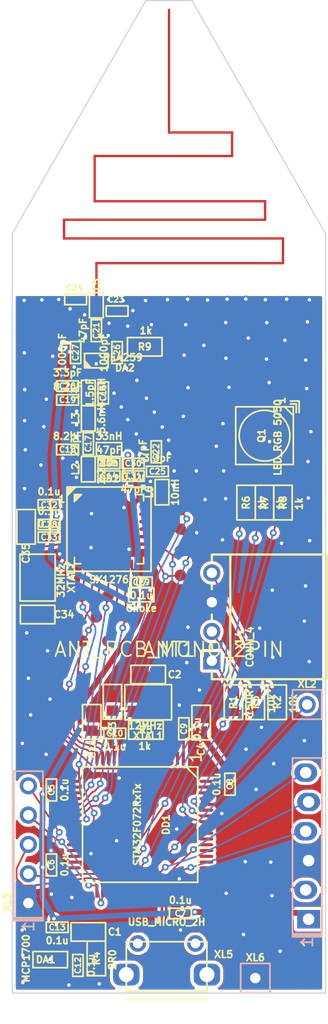
<source format=kicad_pcb>
(kicad_pcb (version 20210424) (generator pcbnew)
  (layers (0 "F.Cu" signal) (31 "B.Cu" signal) (36 "B.SilkS" user "B.Silkscreen") (37 "F.SilkS" user "F.Silkscreen") (38 "B.Mask" user) (39 "F.Mask" user) (44 "Edge.Cuts" user))
  (net 0 "")
  (net 1 "Net-(ANT1-Pad1)")
  (net 2 "Net-(C1-Pad1)")
  (net 3 "GND")
  (net 4 "Net-(C2-Pad1)")
  (net 5 "Net-(C3-Pad1)")
  (net 6 "+3v3")
  (net 7 "/5V_USB")
  (net 8 "Net-(C14-Pad1)")
  (net 9 "Net-(C16-Pad1)")
  (net 10 "Net-(C16-Pad2)")
  (net 11 "Net-(C17-Pad1)")
  (net 12 "Net-(C17-Pad2)")
  (net 13 "Net-(C21-Pad1)")
  (net 14 "Net-(C21-Pad2)")
  (net 15 "Net-(C22-Pad1)")
  (net 16 "Net-(C22-Pad2)")
  (net 17 "Net-(C26-Pad1)")
  (net 18 "VCC")
  (net 19 "Net-(C32-Pad1)")
  (net 20 "Net-(C33-Pad1)")
  (net 21 "Net-(C34-Pad1)")
  (net 22 "Net-(C35-Pad1)")
  (net 26 "Net-(DD1-Pad6)")
  (net 31 "/SX_RST")
  (net 32 "/SX_DIO0")
  (net 33 "/SX_DIO1")
  (net 34 "/SX_DIO2")
  (net 35 "/SX_DIO3")
  (net 36 "/SX_NSS")
  (net 37 "/SX_SCK")
  (net 38 "/SX_MISO")
  (net 39 "/SX_MOSI")
  (net 40 "/SX_DIO4")
  (net 41 "Net-(DD1-Pad33)")
  (net 42 "Net-(DD1-Pad34)")
  (net 43 "Net-(DD1-Pad35)")
  (net 44 "Net-(DD1-Pad36)")
  (net 45 "/SX_DIO5")
  (net 51 "/RED_LED")
  (net 52 "/GREEN_LED")
  (net 53 "/BLUE_LED")
  (net 55 "Net-(DD1-Pad41)")
  (net 56 "/UART_TX")
  (net 57 "/UART_RX")
  (net 58 "/USB_D-")
  (net 59 "/USB_D+")
  (net 60 "/SWDIO")
  (net 61 "/SWCLK")
  (net 69 "/PWR_PILL")
  (net 70 "/SCL_PILL")
  (net 71 "/SDA_PILL")
  (net 75 "Net-(DD2-Pad20)")
  (net 76 "Net-(DD2-Pad21)")
  (net 78 "Net-(DD2-Pad27)")
  (net 80 "Net-(Q1-Pad6)")
  (net 81 "Net-(Q1-Pad5)")
  (net 82 "Net-(Q1-Pad4)")
  (net 83 "/PWR_PILL_PROT")
  (footprint "Connectors:PLS-1Rnd" (layer "F.Cu") (at 167.6 116.4)
    (fp_text reference "XL2")
    (fp_text value "CONN_1" hide)
  )
  (footprint "Capacitors:CAP_0402" (layer "F.Cu") (at 146.8 88.8 180)
    (fp_text reference "C20")
    (fp_text value "3.3pF")
  )
  (footprint "Capacitors:CAP_0402" (layer "F.Cu") (at 150.9 118.9)
    (fp_text reference "C10")
    (fp_text value "0.1u")
  )
  (footprint "PCB:TESTPOINT_1MM" (layer "F.Cu") (at 156.6 105.2)
    (fp_text reference "TP8" hide)
    (fp_text value "TESTPOINT" hide)
  )
  (footprint "Resistors:RES_0603" (layer "F.Cu") (at 149.3 138.4 90)
    (fp_text reference "R4")
    (fp_text value "2R0")
  )
  (footprint "Capacitors:CAP_0402" (layer "F.Cu") (at 160.9 123.3 -90)
    (fp_text reference "C8")
    (fp_text value "0.1u")
  )
  (footprint "Connectors:PLS-6_LOCK" (layer "F.Cu") (at 167.6 135 90)
    (fp_text reference "XL1" hide)
    (fp_text value "CONN_6" hide)
  )
  (footprint "Capacitors:CAP_0402" (layer "F.Cu") (at 151.1 82.3)
    (fp_text reference "C23")
    (fp_text value "C" hide)
  )
  (footprint "Inductors:IND_0402" (layer "F.Cu") (at 148.6 96 90)
    (fp_text reference "L2")
    (fp_text value "2.2nH")
  )
  (footprint "Resistors:RES_0603" (layer "F.Cu") (at 165.5 98.9 90)
    (fp_text reference "R8")
    (fp_text value "1k")
  )
  (footprint "PCB:TESTPOINT_1MM" (layer "F.Cu") (at 151.9 108.8)
    (fp_text reference "TP7" hide)
    (fp_text value "TESTPOINT" hide)
  )
  (footprint "Quartz:03225C4" (layer "F.Cu") (at 144.2 105.4 -90)
    (fp_text reference "XTAL2")
    (fp_text value "32MHz")
  )
  (footprint "Capacitors:CAP_0402" (layer "F.Cu") (at 149.3 84 -90)
    (fp_text reference "C21")
    (fp_text value "47pF")
  )
  (footprint "Capacitors:CAP_0603" (layer "F.Cu") (at 153.8 113.8 180)
    (fp_text reference "C2")
    (fp_text value "18pF")
  )
  (footprint "Inductors:IND_0402" (layer "F.Cu") (at 149.3 81.8 90)
    (fp_text reference "L5")
    (fp_text value "L" hide)
  )
  (footprint "Capacitors:CAP_0402" (layer "F.Cu") (at 146.8 90 180)
    (fp_text reference "C19")
    (fp_text value "8.2pF")
  )
  (footprint "Capacitors:CAP_0402" (layer "F.Cu") (at 146.8 94.3 180)
    (fp_text reference "C18")
    (fp_text value "8.2pF")
  )
  (footprint "Capacitors:CAP_0402" (layer "F.Cu") (at 147.5 81.3 180)
    (fp_text reference "C24")
    (fp_text value "C" hide)
  )
  (footprint "Resistors:RES_0603" (layer "F.Cu") (at 153.5 85.4 180)
    (fp_text reference "R9")
    (fp_text value "1k")
  )
  (footprint "Connectors:USBmicro_MOLEX_1050170001" (layer "F.Cu") (at 155.4 141.25)
    (fp_text reference "XL5")
    (fp_text value "USB_MICRO_2H")
  )
  (footprint "Capacitors:CAP_0402" (layer "F.Cu") (at 152.5 96.6)
    (fp_text reference "C31")
    (fp_text value "47pF")
  )
  (footprint "PCB:TESTPOINT_1MM" (layer "F.Cu") (at 146.8 108.8)
    (fp_text reference "TP1" hide)
    (fp_text value "TESTPOINT" hide)
  )
  (footprint "Capacitors:CAP_0603" (layer "F.Cu") (at 158.4 117.962 90)
    (fp_text reference "C4")
    (fp_text value "10u")
  )
  (footprint "SOT:SC70" (layer "F.Cu") (at 149.3 86.6)
    (fp_text reference "DA2")
    (fp_text value "PE4259")
  )
  (footprint "PCB:TESTPOINT_1MM" (layer "F.Cu") (at 150.3 110.9)
    (fp_text reference "TP6" hide)
    (fp_text value "TESTPOINT" hide)
  )
  (footprint "Capacitors:CAP_0402" (layer "F.Cu") (at 145.2 100.8 180)
    (fp_text reference "C28")
    (fp_text value "0.1u")
  )
  (footprint "Capacitors:CAP_0402" (layer "F.Cu") (at 147.5 85.9 -90)
    (fp_text reference "C27")
    (fp_text value "1000pF")
  )
  (footprint "Capacitors:CAP_0402" (layer "F.Cu") (at 154.5 94.5 -90)
    (fp_text reference "C22")
    (fp_text value "47pF")
  )
  (footprint "LEDs:LED_5050" (layer "F.Cu") (at 163.9 93.1 -90)
    (fp_text reference "Q1")
    (fp_text value "LED_RGB 5050")
  )
  (footprint "Capacitors:CAP_0402" (layer "F.Cu") (at 150.4 96.6 180)
    (fp_text reference "C14")
    (fp_text value "10n")
  )
  (footprint "Capacitors:CAP_0402" (layer "F.Cu") (at 153.2 105.8)
    (fp_text reference "C29")
    (fp_text value "0.1u")
  )
  (footprint "Capacitors:CAP_0603" (layer "F.Cu") (at 150.7 116.162 90)
    (fp_text reference "C3")
    (fp_text value "18pF")
  )
  (footprint "Capacitors:CAP_0402" (layer "F.Cu") (at 145.4 130.3 90)
    (fp_text reference "C6")
    (fp_text value "0.1u")
  )
  (footprint "Connectors:PLS-5" (layer "F.Cu") (at 143.4 133.6 90)
    (fp_text reference "XL3")
    (fp_text value "CONN_5" hide)
  )
  (footprint "Resistors:RES_0603" (layer "F.Cu") (at 163.9 98.9 90)
    (fp_text reference "R7")
    (fp_text value "1k")
  )
  (footprint "Resistors:RES_0603" (layer "F.Cu") (at 161.2 116.2 90)
    (fp_text reference "R1")
    (fp_text value "150R")
  )
  (footprint "SOT:SOT23-3A" (layer "F.Cu") (at 145.3 138.5)
    (fp_text reference "DA1")
    (fp_text value "MCP1700")
  )
  (footprint "Resistors:RES_0603" (layer "F.Cu") (at 162.3 98.9 90)
    (fp_text reference "R6")
    (fp_text value "1k")
  )
  (footprint "Inductors:IND_0402" (layer "F.Cu") (at 155 98 90)
    (fp_text reference "L6")
    (fp_text value "10nH")
  )
  (footprint "QFN_DFN:QFN-28_EP_6x6_Pitch0.65mm" (layer "F.Cu") (at 150.4 101.2)
    (fp_text reference "DD2")
    (fp_text value "SX1276")
  )
  (footprint "Capacitors:CAP_0402" (layer "F.Cu") (at 154.6 96.2 180)
    (fp_text reference "C25")
    (fp_text value "3.3pF")
  )
  (footprint "Connectors:PBS-4R" (layer "F.Cu") (at 159.325 108.8 90)
    (fp_text reference "XL4")
    (fp_text value "CONN_4")
  )
  (footprint "PCB:REF_POINT_1MM" (layer "F.Cu") (at 144 83.4)
    (fp_text reference "RP2" hide)
    (fp_text value "REFPOINT" hide)
  )
  (footprint "PCB:TESTPOINT_1MM" (layer "F.Cu") (at 156.6 103.1)
    (fp_text reference "TP9" hide)
    (fp_text value "TESTPOINT" hide)
  )
  (footprint "PCB:TESTPOINT_1MM" (layer "F.Cu") (at 148 107)
    (fp_text reference "TP2" hide)
    (fp_text value "TESTPOINT" hide)
  )
  (footprint "Capacitors:CAP_0402" (layer "F.Cu") (at 148.6 93.8 -90)
    (fp_text reference "C17")
    (fp_text value "22pF")
  )
  (footprint "Resistors:RES_0603" (layer "F.Cu") (at 163.1 116.2 90)
    (fp_text reference "R3")
    (fp_text value "10k")
  )
  (footprint "PCB:TESTPOINT_1MM" (layer "F.Cu") (at 148.1 110.9)
    (fp_text reference "TP3" hide)
    (fp_text value "TESTPOINT" hide)
  )
  (footprint "PCB:TESTPOINT_1MM" (layer "F.Cu") (at 150.3 107)
    (fp_text reference "TP5" hide)
    (fp_text value "TESTPOINT" hide)
  )
  (footprint "Connectors:PLS-1Rnd" (layer "F.Cu") (at 163.1 140.1)
    (fp_text reference "XL6")
    (fp_text value "CONN_1" hide)
  )
  (footprint "Inductors:IND_0402" (layer "F.Cu") (at 148.6 89.4 90)
    (fp_text reference "L4")
    (fp_text value "4.7nH")
  )
  (footprint "Capacitors:CAP_0402" (layer "F.Cu") (at 147.7 139 90)
    (fp_text reference "C12")
    (fp_text value "0.1u")
  )
  (footprint "Capacitors:CAP_0603" (layer "F.Cu") (at 143.2 101 90)
    (fp_text reference "C35")
    (fp_text value "18pF")
  )
  (footprint "Inductors:IND_0402" (layer "F.Cu") (at 150.4 94.3 180)
    (fp_text reference "L1")
    (fp_text value "33nH")
  )
  (footprint "Capacitors:CAP_0402" (layer "F.Cu") (at 156.9 118.5 90)
    (fp_text reference "C9")
    (fp_text value "0.1u")
  )
  (footprint "PCB:REF_POINT_1MM" (layer "F.Cu") (at 167.4 139.4)
    (fp_text reference "RP1" hide)
    (fp_text value "REFPOINT" hide)
  )
  (footprint "Quartz:03225C4" (layer "F.Cu") (at 153.8 116.2 180)
    (fp_text reference "XTAL1")
    (fp_text value "12MHz")
  )
  (footprint "PCB:TESTPOINT_1MM" (layer "F.Cu") (at 156.6 101.2)
    (fp_text reference "TP10" hide)
    (fp_text value "TESTPOINT" hide)
  )
  (footprint "PCB:TESTPOINT_1MM" (layer "F.Cu") (at 149.3 108.8)
    (fp_text reference "TP4" hide)
    (fp_text value "TESTPOINT" hide)
  )
  (footprint "Inductors:IND_0402" (layer "F.Cu") (at 153.2 106.9)
    (fp_text reference "L7")
    (fp_text value "Choke")
  )
  (footprint "Capacitors:CAP_0603" (layer "F.Cu") (at 148.9 117.9 90)
    (fp_text reference "C11")
    (fp_text value "1u")
  )
  (footprint "Capacitors:CAP_0402" (layer "F.Cu") (at 150.4 95.5 180)
    (fp_text reference "C15")
    (fp_text value "47pF")
  )
  (footprint "Inductors:IND_0402" (layer "F.Cu") (at 148.6 91.6 90)
    (fp_text reference "L3")
    (fp_text value "5.6nH")
  )
  (footprint "Capacitors:CAP_0603" (layer "F.Cu") (at 144.2 108.6 180)
    (fp_text reference "C34")
    (fp_text value "18pF")
  )
  (footprint "PCB:TESTPOINT_1MM" (layer "F.Cu") (at 156.6 99.5)
    (fp_text reference "TP11" hide)
    (fp_text value "TESTPOINT" hide)
  )
  (footprint "Capacitors:CAP_0402" (layer "F.Cu") (at 145.9 135.7)
    (fp_text reference "C13")
    (fp_text value "0.1u")
  )
  (footprint "Capacitors:CAP_0402" (layer "F.Cu") (at 152.5 95.5)
    (fp_text reference "C30")
    (fp_text value "0.1u")
  )
  (footprint "Resistors:RES_0603" (layer "F.Cu") (at 165 116.2 90)
    (fp_text reference "R2")
    (fp_text value "10k")
  )
  (footprint "Capacitors:CAP_0402" (layer "F.Cu") (at 145.4 123.8 90)
    (fp_text reference "C5")
    (fp_text value "0.1u")
  )
  (footprint "Capacitors:CAP_0603" (layer "F.Cu") (at 148.6 136.1 180)
    (fp_text reference "C1")
    (fp_text value "2u2")
  )
  (footprint "Resistors:RES_0603" (layer "F.Cu") (at 153.6 118.6)
    (fp_text reference "R5")
    (fp_text value "1k")
  )
  (footprint "Capacitors:CAP_0402" (layer "F.Cu") (at 149.9 89.4 -90)
    (fp_text reference "C16")
    (fp_text value "1.5pF")
  )
  (footprint "LQFP_TQFP:LQFP64" (layer "F.Cu") (at 153.1 126.8 -90)
    (fp_text reference "DD1")
    (fp_text value "STM32F072RxTx")
  )
  (footprint "Capacitors:CAP_0402" (layer "F.Cu") (at 156.6 134.5 180)
    (fp_text reference "C7")
    (fp_text value "0.1u")
  )
  (footprint "Capacitors:CAP_0402" (layer "F.Cu") (at 145.2 101.9 180)
    (fp_text reference "C33")
    (fp_text value "0.1u")
  )
  (footprint "Capacitors:CAP_0402" (layer "F.Cu") (at 151.1 85.9 -90)
    (fp_text reference "C26")
    (fp_text value "1000pF")
  )
  (footprint "Antennas:Firefly_868" (layer "F.Cu") (at 155.6102 111.6253 180)
    (fp_text reference "ANT1")
    (fp_text value "ANT_PCB_MONO_2PIN")
  )
  (footprint "Capacitors:CAP_0402" (layer "F.Cu") (at 145.2 99.1 180)
    (fp_text reference "C32")
    (fp_text value "0.1u")
  )
  (gr_line (start 169.2 141.4) (end 169.2 75.6) (layer "Edge.Cuts") (width 0.1))
  (gr_line (start 153.6 55.4) (end 142 75.6) (layer "Edge.Cuts") (width 0.1))
  (gr_line (start 142 75.6) (end 142 141.4) (layer "Edge.Cuts") (width 0.1))
  (gr_line (start 155.6 55.4) (end 157.6 55.4) (layer "Edge.Cuts") (width 0.1))
  (gr_line (start 155.6 55.4) (end 153.6 55.4) (layer "Edge.Cuts") (width 0.1))
  (gr_line (start 142 141.4) (end 169.2 141.4) (layer "Edge.Cuts") (width 0.1))
  (gr_line (start 169.2 75.6) (end 157.6 55.4) (layer "Edge.Cuts") (width 0.1))
  (segment (start 149.311 81.1472) (end 149.3102 80.8153) (width 0.2) (layer "F.Cu") (net 1))
  (segment (start 149.3 81.3) (end 149.311 81.1472) (width 0.2) (layer "F.Cu") (net 1))
  (segment (start 148 81.3) (end 149.3 81.3) (width 0.6) (layer "F.Cu") (net 1))
  (segment (start 149.331 136.608) (end 149.331 137.2) (width 0.15) (layer "F.Cu") (net 2))
  (segment (start 149.331 137.2) (end 149.331 137.275) (width 0.15) (layer "F.Cu") (net 2))
  (segment (start 149.362 136.1) (end 149.331 136.533) (width 0.15) (layer "F.Cu") (net 2))
  (segment (start 149.331 137.275) (end 149.3 137.65) (width 0.15) (layer "F.Cu") (net 2))
  (segment (start 149.331 136.533) (end 149.331 136.608) (width 0.15) (layer "F.Cu") (net 2))
  (segment (start 149.85 97.0036) (end 149.85 96.9) (width 0.5) (layer "F.Cu") (net 3))
  (segment (start 143.2 100.238) (end 143.458 100.0435) (width 0.5) (layer "F.Cu") (net 3))
  (segment (start 150.8 86.45) (end 151.05 86.45) (width 0.5) (layer "F.Cu") (net 3))
  (segment (start 144.7 100.85) (end 144.7 100.8) (width 0.5) (layer "F.Cu") (net 3))
  (segment (start 143.4 133.6) (end 143.9 133.1) (width 0.5) (layer "F.Cu") (net 3))
  (segment (start 145.25 103.85) (end 145.5 103.85) (width 0.5) (layer "F.Cu") (net 3))
  (segment (start 147.45 86.8036) (end 147.45 86.7) (width 0.5) (layer "F.Cu") (net 3))
  (segment (start 155.0066 112.5971) (end 153.9207 112.8169) (width 0.5) (layer "F.Cu") (net 3))
  (segment (start 156.15 134.9036) (end 156.6117 135.9367) (width 0.5) (layer "F.Cu") (net 3))
  (segment (start 149.8063 97.4249) (end 149.85 97.0036) (width 0.5) (layer "F.Cu") (net 3))
  (segment (start 145 104.3) (end 145.25 103.85) (width 0.5) (layer "F.Cu") (net 3))
  (segment (start 148.2468 123.2289) (end 148.2468 123.1122) (width 0.22) (layer "F.Cu") (net 3))
  (segment (start 145.6036 103.85) (end 146.1248 103.3486) (width 0.5) (layer "F.Cu") (net 3))
  (segment (start 149.75 97.975) (end 149.8063 97.4249) (width 0.22) (layer "F.Cu") (net 3))
  (segment (start 152.2959 97.4074) (end 152.5107 97.4456) (width 0.3) (layer "F.Cu") (net 3))
  (segment (start 149.3059 86.8563) (end 150.6964 86.45) (width 0.5) (layer "F.Cu") (net 3))
  (segment (start 151.35 121.05) (end 151.35 120.585) (width 0.22) (layer "F.Cu") (net 3))
  (segment (start 153.05 96.55) (end 153.3 96.55) (width 0.5) (layer "F.Cu") (net 3))
  (segment (start 150.958 115.4) (end 151.208 115.4) (width 0.5) (layer "F.Cu") (net 3))
  (segment (start 153.0329 94.7499) (end 153.0329 95.2) (width 0.5) (layer "F.Cu") (net 3))
  (segment (start 156.15 134.55) (end 156.15 134.8) (width 0.5) (layer "F.Cu") (net 3))
  (segment (start 147.6435 136.608) (end 147.6435 136.358) (width 0.5) (layer "F.Cu") (net 3))
  (segment (start 151.208 115.4) (end 152 115.4) (width 0.5) (layer "F.Cu") (net 3))
  (segment (start 146.46 137.3985) (end 146.71 137.3985) (width 0.5) (layer "F.Cu") (net 3))
  (segment (start 151.35 118.85) (end 151.35 118.6) (width 0.5) (layer "F.Cu") (net 3))
  (segment (start 153.65 105.5) (end 153.65 105.3964) (width 0.5) (layer "F.Cu") (net 3))
  (segment (start 147.9036 86.45) (end 147.8 86.45) (width 0.5) (layer "F.Cu") (net 3))
  (segment (start 152.8036 97.15) (end 152.95 97.0036) (width 0.5) (layer "F.Cu") (net 3))
  (segment (start 150.8968 118.1249) (end 149.9952 117.8436) (width 0.5) (layer "F.Cu") (net 3))
  (segment (start 157.892 117.0055) (end 158.142 117.0055) (width 0.5) (layer "F.Cu") (net 3))
  (segment (start 152 115.4) (end 152.25 115.4) (width 0.5) (layer "F.Cu") (net 3))
  (segment (start 147.9939 123.4818) (end 148.2468 123.2289) (width 0.22) (layer "F.Cu") (net 3))
  (segment (start 161.3036 123.75) (end 161.2 123.75) (width 0.5) (layer "F.Cu") (net 3))
  (segment (start 156.05 136.425) (end 156.05 136.2904) (width 0.4) (layer "F.Cu") (net 3))
  (segment (start 153.2325 113.292) (end 153.2325 113.542) (width 0.5) (layer "F.Cu") (net 3))
  (segment (start 148.5964 122.7626) (end 149.1523 122.5794) (width 0.22) (layer "F.Cu") (net 3))
  (segment (start 144.65 100.3964) (end 144.375 100.0058) (width 0.5) (layer "F.Cu") (net 3))
  (segment (start 143.438 108.6) (end 143.419 108.342) (width 0.5) (layer "F.Cu") (net 3))
  (segment (start 143.8116 100.0435) (end 144.375 100.0058) (width 0.5) (layer "F.Cu") (net 3))
  (segment (start 153.65 105.3964) (end 153.6308 103.7001) (width 0.5) (layer "F.Cu") (net 3))
  (segment (start 149.3146 122.4887) (end 149.952 122.4887) (width 0.5) (layer "F.Cu") (net 3))
  (segment (start 159.5097 125.0201) (end 160.7381 124.5683) (width 0.22) (layer "F.Cu") (net 3))
  (segment (start 146.35 94.35) (end 146.3 94.3) (width 0.5) (layer "F.Cu") (net 3))
  (segment (start 161.5756 122.0959) (end 161.6751 122.3032) (width 0.5) (layer "F.Cu") (net 3))
  (segment (start 160.95 123.75) (end 160.9 123.8) (width 0.5) (layer "F.Cu") (net 3))
  (segment (start 145.3653 129.0517) (end 145.3653 129.5) (width 0.5) (layer "F.Cu") (net 3))
  (segment (start 157.8505 123.4927) (end 151.2839 122.77) (width 0.5) (layer "F.Cu") (net 3))
  (segment (start 145.5 103.85) (end 145.6036 103.85) (width 0.5) (layer "F.Cu") (net 3))
  (segment (start 158.85 125.05) (end 159.315 125.05) (width 0.22) (layer "F.Cu") (net 3))
  (segment (start 149.942 115.7409) (end 149.158 116.5899) (width 0.5) (layer "F.Cu") (net 3))
  (segment (start 154.1036 105.85) (end 154.25 105.9964) (width 0.5) (layer "F.Cu") (net 3))
  (segment (start 153.3 96.55) (end 153.4036 96.55) (width 0.5) (layer "F.Cu") (net 3))
  (segment (start 158.142 117.3945) (end 158.4 117.2) (width 0.5) (layer "F.Cu") (net 3))
  (segment (start 149.5116 117.3325) (end 149.408 117.3325) (width 0.5) (layer "F.Cu") (net 3))
  (segment (start 146.71 137.3985) (end 147.2259 137.3985) (width 0.5) (layer "F.Cu") (net 3))
  (segment (start 146.35 94.7036) (end 146.35 94.6) (width 0.5) (layer "F.Cu") (net 3))
  (segment (start 157.3036 117.95) (end 157.45 117.8036) (width 0.5) (layer "F.Cu") (net 3))
  (segment (start 149.9 96.6) (end 149.9 96.55) (width 0.5) (layer "F.Cu") (net 3))
  (segment (start 148.2468 123.1122) (end 148.5964 122.7626) (width 0.22) (layer "F.Cu") (net 3))
  (segment (start 160.85 123.85) (end 160.9 123.8) (width 0.5) (layer "F.Cu") (net 3))
  (segment (start 153.7 105.8) (end 153.75 105.85) (width 0.5) (layer "F.Cu") (net 3))
  (segment (start 150.0884 115.5945) (end 149.942 115.7409) (width 0.5) (layer "F.Cu") (net 3))
  (segment (start 152.69 103.15) (end 150.4 101.2) (width 0.22) (layer "F.Cu") (net 3))
  (segment (start 146.35 136) (end 146.35 135.75) (width 0.5) (layer "F.Cu") (net 3))
  (segment (start 149.85 96.65) (end 149.9 96.6) (width 0.5) (layer "F.Cu") (net 3))
  (segment (start 158.385 123.55) (end 157.8505 123.4927) (width 0.22) (layer "F.Cu") (net 3))
  (segment (start 157.4029 135.8999) (end 158.3971 135.8999) (width 0.5) (layer "F.Cu") (net 3))
  (segment (start 151.7 98.2) (end 151.7 97.975) (width 0.3) (layer "F.Cu") (net 3))
  (segment (start 149.9 96.55) (end 149.9 96.3) (width 0.5) (layer "F.Cu") (net 3))
  (segment (start 149.75 98.425) (end 149.75 98.8) (width 0.22) (layer "F.Cu") (net 3))
  (segment (start 156.3201 133.2097) (end 156.2581 133.5501) (width 0.22) (layer "F.Cu") (net 3))
  (segment (start 146.885 130.05) (end 146.6903 130.0201) (width 0.22) (layer "F.Cu") (net 3))
  (segment (start 146.3 89.1) (end 146.3 89.7) (width 0.5) (layer "F.Cu") (net 3))
  (segment (start 149.408 117.3325) (end 149.158 117.3325) (width 0.5) (layer "F.Cu") (net 3))
  (segment (start 143.419 107.2) (end 143.419 106.95) (width 0.5) (layer "F.Cu") (net 3))
  (segment (start 149.158 117.3325) (end 148.9 117.138) (width 0.5) (layer "F.Cu") (net 3))
  (segment (start 160.4964 123.75) (end 159.849 123.6344) (width 0.5) (layer "F.Cu") (net 3))
  (segment (start 160.85 123.75) (end 160.6 123.75) (width 0.5) (layer "F.Cu") (net 3))
  (segment (start 154.25 105.9964) (end 156.3338 108.227) (width 0.5) (layer "F.Cu") (net 3))
  (segment (start 157.642 117.5409) (end 157.7884 117.3945) (width 0.5) (layer "F.Cu") (net 3))
  (segment (start 146.35 137) (end 146.35 136.75) (width 0.5) (layer "F.Cu") (net 3))
  (segment (start 146.26 137.2) (end 146.35 137) (width 0.5) (layer "F.Cu") (net 3))
  (segment (start 164.0247 91.9501) (end 164.0247 91.55) (width 0.5) (layer "F.Cu") (net 3))
  (segment (start 165.2 91.6536) (end 165.2 91.55) (width 0.5) (layer "F.Cu") (net 3))
  (segment (start 146.26 137.2) (end 146.46 137.3985) (width 0.5) (layer "F.Cu") (net 3))
  (segment (start 163.4032 92.0251) (end 163.7968 92.0251) (width 0.5) (layer "F.Cu") (net 3))
  (segment (start 147.65 138.0964) (end 147.2259 137.3985) (width 0.5) (layer "F.Cu") (net 3))
  (segment (start 151.35 118.4964) (end 151.2036 118.35) (width 0.5) (layer "F.Cu") (net 3))
  (segment (start 153.4036 96.55) (end 153.55 96.4036) (width 0.5) (layer "F.Cu") (net 3))
  (segment (start 149.9952 117.8436) (end 149.7169 117.5653) (width 0.5) (layer "F.Cu") (net 3))
  (segment (start 144.65 100.75) (end 144.65 100.5) (width 0.5) (layer "F.Cu") (net 3))
  (segment (start 151.699 99.3367) (end 150.4 101.2) (width 0.5) (layer "F.Cu") (net 3))
  (segment (start 156.15 134.8) (end 156.15 134.9036) (width 0.5) (layer "F.Cu") (net 3))
  (segment (start 159.158 117.5409) (end 159.3831 118.0827) (width 0.5) (layer "F.Cu") (net 3))
  (segment (start 159.4983 118.4132) (end 161.5756 122.0959) (width 0.5) (layer "F.Cu") (net 3))
  (segment (start 149.9 96.3) (end 149.9 95.8) (width 0.5) (layer "F.Cu") (net 3))
  (segment (start 145.7 129.85) (end 145.8036 129.85) (width 0.5) (layer "F.Cu") (net 3))
  (segment (start 146.3 88.8) (end 146.3 88.85) (width 0.5) (layer "F.Cu") (net 3))
  (segment (start 150.6964 86.45) (end 150.8 86.45) (width 0.5) (layer "F.Cu") (net 3))
  (segment (start 145.8036 129.85) (end 146.3499 129.9581) (width 0.5) (layer "F.Cu") (net 3))
  (segment (start 151.35 120.585) (end 151.3799 120.3903) (width 0.22) (layer "F.Cu") (net 3))
  (segment (start 162.6 91.6536) (end 162.7464 91.8) (width 0.5) (layer "F.Cu") (net 3))
  (segment (start 153.0329 95.2) (end 153.0329 95.45) (width 0.5) (layer "F.Cu") (net 3))
  (segment (start 147.6435 136.7116) (end 147.6435 136.608) (width 0.5) (layer "F.Cu") (net 3))
  (segment (start 147.2259 137.3985) (end 147.6435 136.7116) (width 0.5) (layer "F.Cu") (net 3))
  (segment (start 156.3799 131.8903) (end 156.35 132.085) (width 0.22) (layer "F.Cu") (net 3))
  (segment (start 160.6 123.75) (end 160.4964 123.75) (width 0.5) (layer "F.Cu") (net 3))
  (segment (start 162 91.3) (end 162.3 90.95) (width 0.5) (layer "F.Cu") (net 3))
  (segment (start 156.3239 135.9999) (end 156.6117 135.9367) (width 0.4) (layer "F.Cu") (net 3))
  (segment (start 153 95.8) (end 153 95.55) (width 0.5) (layer "F.Cu") (net 3))
  (segment (start 153.6273 103.3641) (end 153.7575 103.6405) (width 0.22) (layer "F.Cu") (net 3))
  (segment (start 158.85 123.55) (end 158.385 123.55) (width 0.22) (layer "F.Cu") (net 3))
  (segment (start 143.708 100.0435) (end 143.8116 100.0435) (width 0.5) (layer "F.Cu") (net 3))
  (segment (start 145.8036 123.35) (end 146.2928 123.5409) (width 0.5) (layer "F.Cu") (net 3))
  (segment (start 153.175 103.15) (end 152.8 103.15) (width 0.22) (layer "F.Cu") (net 3))
  (segment (start 147.45 86.7) (end 147.45 86.45) (width 0.5) (layer "F.Cu") (net 3))
  (segment (start 146.3877 95.0501) (end 146.35 94.7036) (width 0.5) (layer "F.Cu") (net 3))
  (segment (start 151.7 98.425) (end 151.7 98.8) (width 0.22) (layer "F.Cu") (net 3))
  (segment (start 144.7 101.85) (end 144.7 101.6) (width 0.5) (layer "F.Cu") (net 3))
  (segment (start 146.6805 130.0183) (end 146.4301 129.8434) (width 0.22) (layer "F.Cu") (net 3))
  (segment (start 163.1532 92.0251) (end 163.4032 92.0251) (width 0.5) (layer "F.Cu") (net 3))
  (segment (start 146.6903 130.0201) (end 146.3499 129.9581) (width 0.22) (layer "F.Cu") (net 3))
  (segment (start 147.35 123.55) (end 147.815 123.55) (width 0.22) (layer "F.Cu") (net 3))
  (segment (start 160.85 124.1) (end 160.85 123.85) (width 0.5) (layer "F.Cu") (net 3))
  (segment (start 147.815 123.55) (end 147.9939 123.4818) (width 0.22) (layer "F.Cu") (net 3))
  (segment (start 146.3 88.8) (end 146.35 88.75) (width 0.5) (layer "F.Cu") (net 3))
  (segment (start 156.7 136.3422) (end 156.7 136.425) (width 0.4) (layer "F.Cu") (net 3))
  (segment (start 161.2 123.75) (end 160.95 123.75) (width 0.5) (layer "F.Cu") (net 3))
  (segment (start 146.35 94.6) (end 146.35 94.35) (width 0.5) (layer "F.Cu") (net 3))
  (segment (start 153.6273 103.3641) (end 153.5029 103.6431) (width 0.22) (layer "F.Cu") (net 3))
  (segment (start 148.8332 129.3154) (end 148.0097 130.0201) (width 0.22) (layer "F.Cu") (net 3))
  (segment (start 160.9 123.8) (end 160.85 123.75) (width 0.5) (layer "F.Cu") (net 3))
  (segment (start 147.8 86.45) (end 147.55 86.45) (width 0.5) (layer "F.Cu") (net 3))
  (segment (start 158.3971 135.8999) (end 163.1 140.1) (width 0.5) (layer "F.Cu") (net 3))
  (segment (start 153.2325 113.1884) (end 153.2325 113.292) (width 0.5) (layer "F.Cu") (net 3))
  (segment (start 160.7381 124.5683) (end 167.527 129.92) (width 0.5) (layer "F.Cu") (net 3))
  (segment (start 146.35 88.5) (end 146.35 88.3964) (width 0.5) (layer "F.Cu") (net 3))
  (segment (start 152.7 115.4) (end 152.869 115.15) (width 0.5) (layer "F.Cu") (net 3))
  (segment (start 147.6435 136.358) (end 147.838 136.1) (width 0.5) (layer "F.Cu") (net 3))
  (segment (start 151.7 98.91) (end 150.4 101.2) (width 0.22) (layer "F.Cu") (net 3))
  (segment (start 153.0329 95.45) (end 153 95.5) (width 0.5) (layer "F.Cu") (net 3))
  (segment (start 157.2 117.95) (end 157.3036 117.95) (width 0.5) (layer "F.Cu") (net 3))
  (segment (start 143.419 106.95) (end 143.4 106.5) (width 0.5) (layer "F.Cu") (net 3))
  (segment (start 154.9 117) (end 152.7 115.4) (width 0.5) (layer "F.Cu") (net 3))
  (segment (start 146.3992 135.4) (end 146.3992 134.6288) (width 0.5) (layer "F.Cu") (net 3))
  (segment (start 151.4 118.9) (end 151.35 118.85) (width 0.5) (layer "F.Cu") (net 3))
  (segment (start 146.3992 134.6288) (end 145.4002 132.8205) (width 0.5) (layer "F.Cu") (net 3))
  (segment (start 151.7 98.8) (end 151.7 98.91) (width 0.22) (layer "F.Cu") (net 3))
  (segment (start 156.05 137.1) (end 156.05 136.425) (width 0.4) (layer "F.Cu") (net 3))
  (segment (start 156.5002 116.4521) (end 156.4502 116.1478) (width 0.5) (layer "F.Cu") (net 3))
  (segment (start 149.9 95.8) (end 149.9 95.55) (width 0.5) (layer "F.Cu") (net 3))
  (segment (start 156.4502 116.1478) (end 156.0751 114.7032) (width 0.5) (layer "F.Cu") (net 3))
  (segment (start 153 96.3) (end 153 95.8) (width 0.5) (layer "F.Cu") (net 3))
  (segment (start 149.7169 117.5653) (end 149.658 117.4789) (width 0.5) (layer "F.Cu") (net 3))
  (segment (start 156.7 136.425) (end 156.7 137.1) (width 0.4) (layer "F.Cu") (net 3))
  (segment (start 153.55 96.3964) (end 153.6964 96.25) (width 0.5) (layer "F.Cu") (net 3))
  (segment (start 156.9 118) (end 156.95 117.95) (width 0.5) (layer "F.Cu") (net 3))
  (segment (start 157.892 117.3945) (end 158.142 117.3945) (width 0.5) (layer "F.Cu") (net 3))
  (segment (start 157.7884 117.0055) (end 157.892 117.0055) (width 0.5) (layer "F.Cu") (net 3))
  (segment (start 151.6224 81.4141) (end 151.6224 82) (width 0.5) (layer "F.Cu") (net 3))
  (segment (start 152.25 115.4) (end 152.7 115.4) (width 0.5) (layer "F.Cu") (net 3))
  (segment (start 155.0066 112.5971) (end 156.3338 108.227) (width 0.5) (layer "F.Cu") (net 3))
  (segment (start 156.15 134.0964) (end 156.2581 133.5501) (width 0.5) (layer "F.Cu") (net 3))
  (segment (start 159.3831 118.0827) (end 159.4983 118.4132) (width 0.5) (layer "F.Cu") (net 3))
  (segment (start 145.7 123.35) (end 145.8036 123.35) (width 0.5) (layer "F.Cu") (net 3))
  (segment (start 151.45 119.3036) (end 151.7457 119.9175) (width 0.5) (layer "F.Cu") (net 3))
  (segment (start 158.85 123.55) (end 159.315 123.55) (width 0.22) (layer "F.Cu") (net 3))
  (segment (start 158.908 117.3945) (end 159.0116 117.3945) (width 0.5) (layer "F.Cu") (net 3))
  (segment (start 153.8 96.25) (end 154.05 96.25) (width 0.5) (layer "F.Cu") (net 3))
  (segment (start 167.527 129.92) (end 167.727 129.92) (width 0.5) (layer "F.Cu") (net 3))
  (segment (start 162.6 91.3) (end 162.6 91.55) (width 0.5) (layer "F.Cu") (net 3))
  (segment (start 158.1846 123.5285) (end 157.8949 123.6254) (width 0.22) (layer "F.Cu") (net 3))
  (segment (start 151.8249 97.7575) (end 152.1325 97.4499) (width 0.3) (layer "F.Cu") (net 3))
  (segment (start 149.158 116.6935) (end 149.158 116.9435) (width 0.5) (layer "F.Cu") (net 3))
  (segment (start 164.6468 92.0251) (end 165.0536 91.8) (width 0.5) (layer "F.Cu") (net 3))
  (segment (start 146.6805 130.0183) (end 146.3845 130.0938) (width 0.22) (layer "F.Cu") (net 3))
  (segment (start 144.7 99.1) (end 144.75 99.05) (width 0.5) (layer "F.Cu") (net 3))
  (segment (start 148.8332 122.6846) (end 149.0571 122.4768) (width 0.22) (layer "F.Cu") (net 3))
  (segment (start 153.3789 113.042) (end 153.2325 113.1884) (width 0.5) (layer "F.Cu") (net 3))
  (segment (start 144.7 101.1) (end 144.7 100.85) (width 0.5) (layer "F.Cu") (net 3))
  (segment (start 149.75 98.2) (end 149.75 97.975) (width 0.22) (layer "F.Cu") (net 3))
  (segment (start 152.8 103.15) (end 152.69 103.15) (width 0.22) (layer "F.Cu") (net 3))
  (segment (start 151.05 86.45) (end 151.1 86.4) (width 0.5) (layer "F.Cu") (net 3))
  (segment (start 164.2532 92.0251) (end 164.6468 92.0251) (width 0.5) (layer "F.Cu") (net 3))
  (segment (start 156.5002 131.5005) (end 156.3799 131.8903) (width 0.22) (layer "F.Cu") (net 3))
  (segment (start 145.4 123.3) (end 145.45 123.35) (width 0.5) (layer "F.Cu") (net 3))
  (segment (start 153.2325 113.542) (end 153.038 113.8) (width 0.5) (layer "F.Cu") (net 3))
  (segment (start 149.952 122.4887) (end 151.2839 122.77) (width 0.5) (layer "F.Cu") (net 3))
  (segment (start 147.815 130.05) (end 147.35 130.05) (width 0.22) (layer "F.Cu") (net 3))
  (segment (start 152.1303 102.9434) (end 150.4 101.2) (width 0.5) (layer "F.Cu") (net 3))
  (segment (start 161.6464 91.3) (end 161.75 91.3) (width 0.5) (layer "F.Cu") (net 3))
  (segment (start 144.7 101.9) (end 144.7 101.85) (width 0.5) (layer "F.Cu") (net 3))
  (segment (start 151.7 98.2) (end 151.7 98.425) (width 0.22) (layer "F.Cu") (net 3))
  (segment (start 153.65 105.75) (end 153.65 105.5) (width 0.5) (layer "F.Cu") (net 3))
  (segment (start 156.5002 116.4521) (end 157.7884 117.0055) (width 0.5) (layer "F.Cu") (net 3))
  (segment (start 159.5173 123.5811) (end 159.7712 123.7507) (width 0.22) (layer "F.Cu") (net 3))
  (segment (start 159.5173 123.5811) (end 159.8116 123.4995) (width 0.22) (layer "F.Cu") (net 3))
  (segment (start 151.35 118.6) (end 151.35 118.4964) (width 0.5) (layer "F.Cu") (net 3))
  (segment (start 156.35 133.015) (end 156.3201 133.2097) (width 0.22) (layer "F.Cu") (net 3))
  (segment (start 144.2536 133.1) (end 145.4002 132.8205) (width 0.5) (layer "F.Cu") (net 3))
  (segment (start 160.4228 124.6843) (end 160.7273 124.7078) (width 0.22) (layer "F.Cu") (net 3))
  (segment (start 152.95 97.0036) (end 152.95 96.9) (width 0.5) (layer "F.Cu") (net 3))
  (segment (start 144.65 99.15) (end 144.7 99.1) (width 0.5) (layer "F.Cu") (net 3))
  (segment (start 145.4 129.8) (end 145.45 129.85) (width 0.5) (layer "F.Cu") (net 3))
  (segment (start 153.9207 112.8169) (end 153.3789 113.042) (width 0.5) (layer "F.Cu") (net 3))
  (segment (start 146.35 136.75) (end 146.35 136) (width 0.5) (layer "F.Cu") (net 3))
  (segment (start 164.0247 91.55) (end 164.0247 91.3) (width 0.5) (layer "F.Cu") (net 3))
  (segment (start 143.9 133.1) (end 144.15 133.1) (width 0.5) (layer "F.Cu") (net 3))
  (segment (start 146.35 88.75) (end 146.35 88.5) (width 0.5) (layer "F.Cu") (net 3))
  (segment (start 149.75 98.8) (end 149.75 98.91) (width 0.22) (layer "F.Cu") (net 3))
  (segment (start 156.15 134.45) (end 156.15 134.2) (width 0.5) (layer "F.Cu") (net 3))
  (segment (start 156.0751 114.7032) (end 155.4816 113.0952) (width 0.5) (layer "F.Cu") (net 3))
  (segment (start 152.5282 97.3471) (end 152.8036 97.15) (width 0.5) (layer "F.Cu") (net 3))
  (segment (start 148.8396 102.7998) (end 150.4 101.2) (width 0.5) (layer "F.Cu") (net 3))
  (segment (start 160.7381 124.5683) (end 160.85 124.2036) (width 0.5) (layer "F.Cu") (net 3))
  (segment (start 162.7464 91.8) (end 163.1532 92.0251) (width 0.5) (layer "F.Cu") (net 3))
  (segment (start 153.4 103.15) (end 153.175 103.15) (width 0.22) (layer "F.Cu") (net 3))
  (segment (start 158.1846 123.5285) (end 157.9221 123.3724) (width 0.22) (layer "F.Cu") (net 3))
  (segment (start 146.35 88.3964) (end 147.3744 87.1501) (width 0.5) (layer "F.Cu") (net 3))
  (segment (start 165.0536 91.8) (end 165.2 91.6536) (width 0.5) (layer "F.Cu") (net 3))
  (segment (start 165.2 91.3) (end 165.5 90.95) (width 0.5) (layer "F.Cu") (net 3))
  (segment (start 156.95 117.95) (end 157.2 117.95) (width 0.5) (layer "F.Cu") (net 3))
  (segment (start 147.0159 81.6) (end 147.0159 81.35) (width 0.5) (layer "F.Cu") (net 3))
  (segment (start 162.3 90.95) (end 162.6 91.3) (width 0.5) (layer "F.Cu") (net 3))
  (segment (start 153.55 96.4036) (end 153.55 96.3964) (width 0.5) (layer "F.Cu") (net 3))
  (segment (start 154 105.85) (end 154.1036 105.85) (width 0.5) (layer "F.Cu") (net 3))
  (segment (start 146.3 89.7) (end 146.3 89.95) (width 0.5) (layer "F.Cu") (net 3))
  (segment (start 147.0159 82.111) (end 147.0159 81.6) (width 0.5) (layer "F.Cu") (net 3))
  (segment (start 151.2036 118.35) (end 150.8968 118.1249) (width 0.5) (layer "F.Cu") (net 3))
  (segment (start 153.7 105.8) (end 153.65 105.75) (width 0.5) (layer "F.Cu") (net 3))
  (segment (start 150.442 115.5945) (end 150.192 115.5945) (width 0.5) (layer "F.Cu") (net 3))
  (segment (start 155.4816 113.0952) (end 155.0066 112.5971) (width 0.5) (layer "F.Cu") (net 3))
  (segment (start 144.15 133.1) (end 144.2536 133.1) (width 0.5) (layer "F.Cu") (net 3))
  (segment (start 149.85 96.9) (end 149.85 96.65) (width 0.5) (layer "F.Cu") (net 3))
  (segment (start 152.1325 97.4499) (end 152.5282 97.3471) (width 0.3) (layer "F.Cu") (net 3))
  (segment (start 158.4 117.2) (end 158.658 117.3945) (width 0.5) (layer "F.Cu") (net 3))
  (segment (start 144.375 100.0058) (end 144.65 99.5036) (width 0.5) (layer "F.Cu") (net 3))
  (segment (start 159.315 125.05) (end 159.5097 125.0201) (width 0.22) (layer "F.Cu") (net 3))
  (segment (start 144.7 101.6) (end 144.7 101.1) (width 0.5) (layer "F.Cu") (net 3))
  (segment (start 156.05 136.2904) (end 156.0749 136.2489) (width 0.4) (layer "F.Cu") (net 3))
  (segment (start 156.0749 136.2489) (end 156.3239 135.9999) (width 0.4) (layer "F.Cu") (net 3))
  (segment (start 156.3183 133.2195) (end 156.1434 133.4699) (width 0.22) (layer "F.Cu") (net 3))
  (segment (start 153 96.6) (end 153 96.55) (width 0.5) (layer "F.Cu") (net 3))
  (segment (start 146.885 123.55) (end 146.2928 123.5409) (width 0.22) (layer "F.Cu") (net 3))
  (segment (start 161.6751 122.9032) (end 161.6751 123.2968) (width 0.5) (layer "F.Cu") (net 3))
  (segment (start 149.658 117.4789) (end 149.5116 117.3325) (width 0.5) (layer "F.Cu") (net 3))
  (segment (start 147.35 130.05) (end 146.885 130.05) (width 0.22) (layer "F.Cu") (net 3))
  (segment (start 152.869 114.058) (end 153.038 113.8) (width 0.5) (layer "F.Cu") (net 3))
  (segment (start 156.6117 135.9367) (end 156.7 136.3422) (width 0.4) (layer "F.Cu") (net 3))
  (segment (start 164.0247 91.9501) (end 164.2532 92.0251) (width 0.5) (layer "F.Cu") (net 3))
  (segment (start 148.0097 130.0201) (end 147.815 130.05) (width 0.22) (layer "F.Cu") (net 3))
  (segment (start 151.7 97.975) (end 151.8249 97.7575) (width 0.3) (layer "F.Cu") (net 3))
  (segment (start 143.419 108.092) (end 143.419 107.2) (width 0.5) (layer "F.Cu") (net 3))
  (segment (start 146.35 135.75) (end 146.4 135.7) (width 0.5) (layer "F.Cu") (net 3))
  (segment (start 151.45 118.95) (end 151.45 119.2) (width 0.5) (layer "F.Cu") (net 3))
  (segment (start 162.6 91.55) (end 162.6 91.6536) (width 0.5) (layer "F.Cu") (net 3))
  (segment (start 144.65 99.4) (end 144.65 99.15) (width 0.5) (layer "F.Cu") (net 3))
  (segment (start 152.95 96.9) (end 152.95 96.65) (width 0.5) (layer "F.Cu") (net 3))
  (segment (start 151.45 119.2) (end 151.45 119.3036) (width 0.5) (layer "F.Cu") (net 3))
  (segment (start 153.75 105.85) (end 154 105.85) (width 0.5) (layer "F.Cu") (net 3))
  (segment (start 151.6224 82) (end 151.6224 82.25) (width 0.5) (layer "F.Cu") (net 3))
  (segment (start 165.2 91.55) (end 165.2 91.3) (width 0.5) (layer "F.Cu") (net 3))
  (segment (start 149.75 98.91) (end 150.4 101.2) (width 0.22) (layer "F.Cu") (net 3))
  (segment (start 152.869 115.15) (end 152.869 114.9) (width 0.5) (layer "F.Cu") (net 3))
  (segment (start 144.65 99.5036) (end 144.65 99.4) (width 0.5) (layer "F.Cu") (net 3))
  (segment (start 149.2865 86.8749) (end 147.9036 86.45) (width 0.5) (layer "F.Cu") (net 3))
  (segment (start 146.3 88.85) (end 146.3 89.1) (width 0.5) (layer "F.Cu") (net 3))
  (segment (start 153 95.55) (end 153 95.5) (width 0.5) (layer "F.Cu") (net 3))
  (segment (start 147.45 86.45) (end 147.5 86.4) (width 0.5) (layer "F.Cu") (net 3))
  (segment (start 143.458 100.0435) (end 143.708 100.0435) (width 0.5) (layer "F.Cu") (net 3))
  (segment (start 159.0116 117.3945) (end 159.158 117.5409) (width 0.5) (layer "F.Cu") (net 3))
  (segment (start 159.325 107.53) (end 156.3338 108.227) (width 0.5) (layer "F.Cu") (net 3))
  (segment (start 147.65 138.45) (end 147.65 138.2) (width 0.5) (layer "F.Cu") (net 3))
  (segment (start 149.3 87.325) (end 149.3 87.2422) (width 0.4) (layer "F.Cu") (net 3))
  (segment (start 146.3992 135.65) (end 146.3992 135.4) (width 0.5) (layer "F.Cu") (net 3))
  (segment (start 151.3799 120.3903) (end 151.7457 119.9175) (width 0.22) (layer "F.Cu") (net 3))
  (segment (start 153 96.6) (end 153.05 96.55) (width 0.5) (layer "F.Cu") (net 3))
  (segment (start 144.75 98.6964) (end 146.3877 95.0501) (width 0.5) (layer "F.Cu") (net 3))
  (segment (start 153 96.55) (end 153 96.3) (width 0.5) (layer "F.Cu") (net 3))
  (segment (start 147.0159 81.35) (end 147 81.3) (width 0.5) (layer "F.Cu") (net 3))
  (segment (start 148.8827 99.8539) (end 150.4 101.2) (width 0.5) (layer "F.Cu") (net 3))
  (segment (start 156.1 134.5) (end 156.15 134.45) (width 0.5) (layer "F.Cu") (net 3))
  (segment (start 147.7 138.5) (end 147.65 138.45) (width 0.5) (layer "F.Cu") (net 3))
  (segment (start 149.1523 122.5794) (end 149.3146 122.4887) (width 0.5) (layer "F.Cu") (net 3))
  (segment (start 164.0247 91.3) (end 163.9 90.95) (width 0.5) (layer "F.Cu") (net 3))
  (segment (start 145.45 123.35) (end 145.7 123.35) (width 0.5) (layer "F.Cu") (net 3))
  (segment (start 152.869 114.9) (end 152.869 114.308) (width 0.5) (layer "F.Cu") (net 3))
  (segment (start 149.158 116.9435) (end 148.9 117.138) (width 0.5) (layer "F.Cu") (net 3))
  (segment (start 149.3 87.575) (end 149.3 87.325) (width 0.4) (layer "F.Cu") (net 3))
  (segment (start 160.85 124.2036) (end 160.85 124.1) (width 0.5) (layer "F.Cu") (net 3))
  (segment (start 143.4 106.5) (end 145 104.3) (width 0.5) (layer "F.Cu") (net 3))
  (segment (start 149.3 87.2422) (end 149.2865 86.8749) (width 0.4) (layer "F.Cu") (net 3))
  (segment (start 147.55 86.45) (end 147.5 86.4) (width 0.5) (layer "F.Cu") (net 3))
  (segment (start 144.65 100.5) (end 144.65 100.3964) (width 0.5) (layer "F.Cu") (net 3))
  (segment (start 156.35 132.55) (end 156.35 133.015) (width 0.22) (layer "F.Cu") (net 3))
  (segment (start 149.9 95.55) (end 149.9 95.5) (width 0.5) (layer "F.Cu") (net 3))
  (segment (start 144.7 100.8) (end 144.65 100.75) (width 0.5) (layer "F.Cu") (net 3))
  (segment (start 149.75 98.2) (end 149.75 98.425) (width 0.22) (layer "F.Cu") (net 3))
  (segment (start 149.7721 97.7592) (end 149.6738 97.4699) (width 0.22) (layer "F.Cu") (net 3))
  (segment (start 150.192 115.5945) (end 150.0884 115.5945) (width 0.5) (layer "F.Cu") (net 3))
  (segment (start 149.7721 97.7592) (end 149.927 97.4959) (width 0.22) (layer "F.Cu") (net 3))
  (segment (start 156.3183 133.2195) (end 156.3938 133.5155) (width 0.22) (layer "F.Cu") (net 3))
  (segment (start 145.3653 129.5) (end 145.3653 129.75) (width 0.5) (layer "F.Cu") (net 3))
  (segment (start 152.869 114.308) (end 152.869 114.058) (width 0.5) (layer "F.Cu") (net 3))
  (segment (start 158.142 117.0055) (end 158.4 117.2) (width 0.5) (layer "F.Cu") (net 3))
  (segment (start 152.2959 97.4074) (end 152.4651 97.2696) (width 0.3) (layer "F.Cu") (net 3))
  (segment (start 156.6117 135.9367) (end 157.4029 135.8999) (width 0.5) (layer "F.Cu") (net 3))
  (segment (start 153.6964 96.25) (end 153.8 96.25) (width 0.5) (layer "F.Cu") (net 3))
  (segment (start 157.7884 117.3945) (end 157.892 117.3945) (width 0.5) (layer "F.Cu") (net 3))
  (segment (start 156.15 134.2) (end 156.15 134.0964) (width 0.5) (layer "F.Cu") (net 3))
  (segment (start 147.65 138.2) (end 147.65 138.0964) (width 0.5) (layer "F.Cu") (net 3))
  (segment (start 143.419 108.342) (end 143.419 108.092) (width 0.5) (layer "F.Cu") (net 3))
  (segment (start 151.4 118.9) (end 151.45 118.95) (width 0.5) (layer "F.Cu") (net 3))
  (segment (start 153.625 103.15) (end 153.6308 103.7001) (width 0.22) (layer "F.Cu") (net 3))
  (segment (start 151.6224 82.25) (end 151.6 82.3) (width 0.5) (layer "F.Cu") (net 3))
  (segment (start 159.5097 123.5799) (end 159.849 123.6344) (width 0.22) (layer "F.Cu") (net 3))
  (segment (start 145.45 129.85) (end 145.7 129.85) (width 0.5) (layer "F.Cu") (net 3))
  (segment (start 161.6751 122.3032) (end 161.6751 122.9032) (width 0.5) (layer "F.Cu") (net 3))
  (segment (start 159.315 123.55) (end 159.5097 123.5799) (width 0.22) (layer "F.Cu") (net 3))
  (segment (start 144.75 99.05) (end 144.75 98.8) (width 0.5) (layer "F.Cu") (net 3))
  (segment (start 161.6751 123.2968) (end 161.45 123.6036) (width 0.5) (layer "F.Cu") (net 3))
  (segment (start 149.158 116.5899) (end 149.158 116.6935) (width 0.5) (layer "F.Cu") (net 3))
  (segment (start 161.45 123.6036) (end 161.3036 123.75) (width 0.5) (layer "F.Cu") (net 3))
  (segment (start 146.4 135.7) (end 146.3992 135.65) (width 0.5) (layer "F.Cu") (net 3))
  (segment (start 146.3 89.95) (end 146.3 90) (width 0.5) (layer "F.Cu") (net 3))
  (segment (start 163.7968 92.0251) (end 164.0247 91.9501) (width 0.5) (layer "F.Cu") (net 3))
  (segment (start 147.3744 87.1501) (end 147.45 86.8036) (width 0.5) (layer "F.Cu") (net 3))
  (segment (start 152.95 96.65) (end 153 96.6) (width 0.5) (layer "F.Cu") (net 3))
  (segment (start 160.2914 92.0572) (end 161.6464 91.3) (width 0.5) (layer "F.Cu") (net 3))
  (segment (start 144.75 98.8) (end 144.75 98.6964) (width 0.5) (layer "F.Cu") (net 3))
  (segment (start 156.1 134.5) (end 156.15 134.55) (width 0.5) (layer "F.Cu") (net 3))
  (segment (start 160.4228 124.6843) (end 160.6395 124.469) (width 0.22) (layer "F.Cu") (net 3))
  (segment (start 153.4 103.15) (end 153.625 103.15) (width 0.22) (layer "F.Cu") (net 3))
  (segment (start 156.35 132.085) (end 156.35 132.55) (width 0.22) (layer "F.Cu") (net 3))
  (segment (start 154.05 96.25) (end 154.1 96.2) (width 0.5) (layer "F.Cu") (net 3))
  (segment (start 148.8332 122.6846) (end 149.1367 122.7186) (width 0.22) (layer "F.Cu") (net 3))
  (segment (start 149.2865 86.8749) (end 149.3059 86.8563) (width 0.5) (layer "F.Cu") (net 3))
  (segment (start 150.7 115.4) (end 150.958 115.4) (width 0.5) (layer "F.Cu") (net 3))
  (segment (start 161.75 91.3) (end 162 91.3) (width 0.5) (layer "F.Cu") (net 3))
  (segment (start 157.45 117.8036) (end 157.642 117.5409) (width 0.5) (layer "F.Cu") (net 3))
  (segment (start 158.658 117.3945) (end 158.908 117.3945) (width 0.5) (layer "F.Cu") (net 3))
  (segment (start 145.3653 129.75) (end 145.4 129.8) (width 0.5) (layer "F.Cu") (net 3))
  (segment (start 150.7 115.4) (end 150.442 115.5945) (width 0.5) (layer "F.Cu") (net 3))
  (segment (start 147.35 123.55) (end 146.885 123.55) (width 0.22) (layer "F.Cu") (net 3))
  (via (at 157.2631 88.9442) (size 0.6) (drill 0.3) (layers "F.Cu" "B.Cu") (net 3))
  (via (at 167.3555 109.1671) (size 0.6) (drill 0.3) (layers "F.Cu" "B.Cu") (net 3))
  (via (at 151.0644 128.2017) (size 0.6) (drill 0.3) (layers "F.Cu" "B.Cu") (net 3))
  (via (at 148.8332 129.3154) (size 0.6) (drill 0.3) (layers "F.Cu" "B.Cu") (net 3))
  (via (at 148.2791 82.6248) (size 0.6) (drill 0.3) (layers "F.Cu" "B.Cu") (net 3))
  (via (at 163.6337 118.376) (size 0.6) (drill 0.3) (layers "F.Cu" "B.Cu") (net 3))
  (via (at 143.0465 85.9215) (size 0.6) (drill 0.3) (layers "F.Cu" "B.Cu") (net 3))
  (via (at 145.5136 86.2192) (size 0.6) (drill 0.3) (layers "F.Cu" "B.Cu") (net 3))
  (via (at 164.697 121.5236) (size 0.6) (drill 0.3) (layers "F.Cu" "B.Cu") (net 3))
  (via (at 152.8199 88.3008) (size 0.6) (drill 0.3) (layers "F.Cu" "B.Cu") (net 3))
  (via (at 149.2865 86.8749) (size 0.6) (drill 0.3) (layers "F.Cu" "B.Cu") (net 3))
  (via (at 156.6117 135.9367) (size 0.6) (drill 0.3) (layers "F.Cu" "B.Cu") (net 3))
  (via (at 157.2533 109.6988) (size 0.6) (drill 0.3) (layers "F.Cu" "B.Cu") (net 3))
  (via (at 160.2914 92.0572) (size 0.6) (drill 0.3) (layers "F.Cu" "B.Cu") (net 3))
  (via (at 144.7479 92.3231) (size 0.6) (drill 0.3) (layers "F.Cu" "B.Cu") (net 3))
  (via (at 143.0678 97.6825) (size 0.6) (drill 0.3) (layers "F.Cu" "B.Cu") (net 3))
  (via (at 145.3653 129.0517) (size 0.6) (drill 0.3) (layers "F.Cu" "B.Cu") (net 3))
  (via (at 155.5934 94.609) (size 0.6) (drill 0.3) (layers "F.Cu" "B.Cu") (net 3))
  (via (at 160.5508 86.3896) (size 0.6) (drill 0.3) (layers "F.Cu" "B.Cu") (net 3))
  (via (at 146.0375 81.3028) (size 0.6) (drill 0.3) (layers "F.Cu" "B.Cu") (net 3))
  (via (at 152.0366 91.7168) (size 0.6) (drill 0.3) (layers "F.Cu" "B.Cu") (net 3))
  (via (at 157.059 83.487) (size 0.6) (drill 0.3) (layers "F.Cu" "B.Cu") (net 3))
  (via (at 147.5751 92.1518) (size 0.6) (drill 0.3) (layers "F.Cu" "B.Cu") (net 3))
  (via (at 164.1 83.3145) (size 0.6) (drill 0.3) (layers "F.Cu" "B.Cu") (net 3))
  (via (at 167.3555 119.5245) (size 0.6) (drill 0.3) (layers "F.Cu" "B.Cu") (net 3))
  (via (at 148.8396 102.7998) (size 0.6) (drill 0.3) (layers "F.Cu" "B.Cu") (net 3))
  (via (at 156.5002 131.5005) (size 0.6) (drill 0.3) (layers "F.Cu" "B.Cu") (net 3))
  (via (at 164.612 112.2934) (size 0.6) (drill 0.3) (layers "F.Cu" "B.Cu") (net 3))
  (via (at 148.8827 99.8539) (size 0.6) (drill 0.3) (layers "F.Cu" "B.Cu") (net 3))
  (via (at 150.4059 83.3576) (size 0.6) (drill 0.3) (layers "F.Cu" "B.Cu") (net 3))
  (via (at 159.707 94.0172) (size 0.6) (drill 0.3) (layers "F.Cu" "B.Cu") (net 3))
  (via (at 142.8764 119.7584) (size 0.6) (drill 0.3) (layers "F.Cu" "B.Cu") (net 3))
  (via (at 162.2938 120.2688) (size 0.6) (drill 0.3) (layers "F.Cu" "B.Cu") (net 3))
  (via (at 160.3584 96.1513) (size 0.6) (drill 0.3) (layers "F.Cu" "B.Cu") (net 3))
  (via (at 160.6513 81.2741) (size 0.6) (drill 0.3) (layers "F.Cu" "B.Cu") (net 3))
  (via (at 155.4783 81.3172) (size 0.6) (drill 0.3) (layers "F.Cu" "B.Cu") (net 3))
  (via (at 143.0678 91.7914) (size 0.6) (drill 0.3) (layers "F.Cu" "B.Cu") (net 3))
  (via (at 165.6687 84.8339) (size 0.6) (drill 0.3) (layers "F.Cu" "B.Cu") (net 3))
  (via (at 165.25 137.7721) (size 0.6) (drill 0.3) (layers "F.Cu" "B.Cu") (net 3))
  (via (at 147.5894 90.9735) (size 0.6) (drill 0.3) (layers "F.Cu" "B.Cu") (net 3))
  (via (at 156.0531 96.1609) (size 0.6) (drill 0.3) (layers "F.Cu" "B.Cu") (net 3))
  (via (at 153.4665 94.1204) (size 0.6) (drill 0.3) (layers "F.Cu" "B.Cu") (net 3))
  (via (at 165.3776 102.4252) (size 0.6) (drill 0.3) (layers "F.Cu" "B.Cu") (net 3))
  (via (at 156.8557 91.4251) (size 0.6) (drill 0.3) (layers "F.Cu" "B.Cu") (net 3))
  (via (at 142.8551 135.9431) (size 0.6) (drill 0.3) (layers "F.Cu" "B.Cu") (net 3))
  (via (at 143.5995 117.2913) (size 0.6) (drill 0.3) (layers "F.Cu" "B.Cu") (net 3))
  (via (at 151.699 99.3367) (size 0.6) (drill 0.3) (layers "F.Cu" "B.Cu") (net 3))
  (via (at 156.275 127.1808) (size 0.6) (drill 0.3) (layers "F.Cu" "B.Cu") (net 3))
  (via (at 149.7736 93.1002) (size 0.6) (drill 0.3) (layers "F.Cu" "B.Cu") (net 3))
  (via (at 150.3627 81.3028) (size 0.6) (drill 0.3) (layers "F.Cu" "B.Cu") (net 3))
  (via (at 160.5286 98.5545) (size 0.6) (drill 0.3) (layers "F.Cu" "B.Cu") (net 3))
  (via (at 147.6182 93.2583) (size 0.6) (drill 0.3) (layers "F.Cu" "B.Cu") (net 3))
  (via (at 156.9153 86.131) (size 0.6) (drill 0.3) (layers "F.Cu" "B.Cu") (net 3))
  (via (at 162.4842 84.6488) (size 0.6) (drill 0.3) (layers "F.Cu" "B.Cu") (net 3))
  (via (at 155.5745 93.4885) (size 0.6) (drill 0.3) (layers "F.Cu" "B.Cu") (net 3))
  (via (at 164.4418 130.052) (size 0.6) (drill 0.3) (layers "F.Cu" "B.Cu") (net 3))
  (via (at 155.0199 92.3501) (size 0.6) (drill 0.3) (layers "F.Cu" "B.Cu") (net 3))
  (via (at 144.4927 95.6408) (size 0.6) (drill 0.3) (layers "F.Cu" "B.Cu") (net 3))
  (via (at 145.2796 115.9302) (size 0.6) (drill 0.3) (layers "F.Cu" "B.Cu") (net 3))
  (via (at 162.23 130.0094) (size 0.6) (drill 0.3) (layers "F.Cu" "B.Cu") (net 3))
  (via (at 143.2592 110.1879) (size 0.6) (drill 0.3) (layers "F.Cu" "B.Cu") (net 3))
  (via (at 164.5694 106.4874) (size 0.6) (drill 0.3) (layers "F.Cu" "B.Cu") (net 3))
  (via (at 167.9275 92.7582) (size 0.6) (drill 0.3) (layers "F.Cu" "B.Cu") (net 3))
  (via (at 164.5482 132.9656) (size 0.6) (drill 0.3) (layers "F.Cu" "B.Cu") (net 3))
  (via (at 153.0329 94.7499) (size 0.6) (drill 0.3) (layers "F.Cu" "B.Cu") (net 3))
  (via (at 142.9189 138.1124) (size 0.6) (drill 0.3) (layers "F.Cu" "B.Cu") (net 3))
  (via (at 167.6958 98.512) (size 0.6) (drill 0.3) (layers "F.Cu" "B.Cu") (net 3))
  (via (at 167.8234 102.1913) (size 0.6) (drill 0.3) (layers "F.Cu" "B.Cu") (net 3))
  (via (at 156.5002 116.4521) (size 0.6) (drill 0.3) (layers "F.Cu" "B.Cu") (net 3))
  (via (at 143.0891 89.1116) (size 0.6) (drill 0.3) (layers "F.Cu" "B.Cu") (net 3))
  (via (at 149.5544 140.6007) (size 0.6) (drill 0.3) (layers "F.Cu" "B.Cu") (net 3))
  (via (at 154.3378 91.0583) (size 0.6) (drill 0.3) (layers "F.Cu" "B.Cu") (net 3))
  (via (at 163.4848 109.7838) (size 0.6) (drill 0.3) (layers "F.Cu" "B.Cu") (net 3))
  (via (at 160.5711 132.753) (size 0.6) (drill 0.3) (layers "F.Cu" "B.Cu") (net 3))
  (via (at 164.3356 93.6098) (size 0.6) (drill 0.3) (layers "F.Cu" "B.Cu") (net 3))
  (via (at 143.1316 94.3222) (size 0.6) (drill 0.3) (layers "F.Cu" "B.Cu") (net 3))
  (via (at 152.7632 92.955) (size 0.6) (drill 0.3) (layers "F.Cu" "B.Cu") (net 3))
  (via (at 158.7421 98.6396) (size 0.6) (drill 0.3) (layers "F.Cu" "B.Cu") (net 3))
  (via (at 153.5672 81.389) (size 0.6) (drill 0.3) (layers "F.Cu" "B.Cu") (net 3))
  (via (at 156.0244 97.4973) (size 0.6) (drill 0.3) (layers "F.Cu" "B.Cu") (net 3))
  (via (at 151.6224 81.4141) (size 0.6) (drill 0.3) (layers "F.Cu" "B.Cu") (net 3))
  (via (at 150.8369 89.4216) (size 0.6) (drill 0.3) (layers "F.Cu" "B.Cu") (net 3))
  (via (at 152.0296 83.6019) (size 0.6) (drill 0.3) (layers "F.Cu" "B.Cu") (net 3))
  (via (at 160.1883 125.841) (size 0.6) (drill 0.3) (layers "F.Cu" "B.Cu") (net 3))
  (via (at 144.9606 89.9411) (size 0.6) (drill 0.3) (layers "F.Cu" "B.Cu") (net 3))
  (via (at 165.8244 81.2741) (size 0.6) (drill 0.3) (layers "F.Cu" "B.Cu") (net 3))
  (via (at 146.1248 103.3486) (size 0.6) (drill 0.3) (layers "F.Cu" "B.Cu") (net 3))
  (via (at 163.9707 81.3172) (size 0.6) (drill 0.3) (layers "F.Cu" "B.Cu") (net 3))
  (via (at 143.4081 114.1225) (size 0.6) (drill 0.3) (layers "F.Cu" "B.Cu") (net 3))
  (via (at 151.2839 122.77) (size 0.6) (drill 0.3) (layers "F.Cu" "B.Cu") (net 3))
  (via (at 167.6745 95.3431) (size 0.6) (drill 0.3) (layers "F.Cu" "B.Cu") (net 3))
  (via (at 157.2314 81.2741) (size 0.6) (drill 0.3) (layers "F.Cu" "B.Cu") (net 3))
  (via (at 158.6331 85.2783) (size 0.6) (drill 0.3) (layers "F.Cu" "B.Cu") (net 3))
  (via (at 160.8179 88.9071) (size 0.6) (drill 0.3) (layers "F.Cu" "B.Cu") (net 3))
  (via (at 167.4618 106.1258) (size 0.6) (drill 0.3) (layers "F.Cu" "B.Cu") (net 3))
  (via (at 145.067 111.7405) (size 0.6) (drill 0.3) (layers "F.Cu" "B.Cu") (net 3))
  (via (at 146.2928 123.5409) (size 0.6) (drill 0.3) (layers "F.Cu" "B.Cu") (net 3))
  (via (at 152.1303 102.9434) (size 0.6) (drill 0.3) (layers "F.Cu" "B.Cu") (net 3))
  (via (at 158.9557 81.3459) (size 0.6) (drill 0.3) (layers "F.Cu" "B.Cu") (net 3))
  (via (at 151.7457 119.9175) (size 0.6) (drill 0.3) (layers "F.Cu" "B.Cu") (net 3))
  (via (at 167.6206 83.2427) (size 0.6) (drill 0.3) (layers "F.Cu" "B.Cu") (net 3))
  (via (at 147.1725 133.1145) (size 0.6) (drill 0.3) (layers "F.Cu" "B.Cu") (net 3))
  (via (at 152.475 82.2656) (size 0.6) (drill 0.3) (layers "F.Cu" "B.Cu") (net 3))
  (via (at 160.2521 102.1275) (size 0.6) (drill 0.3) (layers "F.Cu" "B.Cu") (net 3))
  (via (at 158.2529 115.1433) (size 0.6) (drill 0.3) (layers "F.Cu" "B.Cu") (net 3))
  (via (at 153.9983 97.0662) (size 0.6) (drill 0.3) (layers "F.Cu" "B.Cu") (net 3))
  (via (at 147.0159 82.111) (size 0.6) (drill 0.3) (layers "F.Cu" "B.Cu") (net 3))
  (via (at 162.0811 136.3259) (size 0.6) (drill 0.3) (layers "F.Cu" "B.Cu") (net 3))
  (via (at 148.3653 84.4929) (size 0.6) (drill 0.3) (layers "F.Cu" "B.Cu") (net 3))
  (via (at 167.5572 89.0182) (size 0.6) (drill 0.3) (layers "F.Cu" "B.Cu") (net 3))
  (via (at 147.3744 87.1501) (size 0.6) (drill 0.3) (layers "F.Cu" "B.Cu") (net 3))
  (via (at 144.5764 81.3328) (size 0.6) (drill 0.3) (layers "F.Cu" "B.Cu") (net 3))
  (via (at 149.7593 90.9878) (size 0.6) (drill 0.3) (layers "F.Cu" "B.Cu") (net 3))
  (via (at 167.793 81.3315) (size 0.6) (drill 0.3) (layers "F.Cu" "B.Cu") (net 3))
  (via (at 154.0845 83.4726) (size 0.6) (drill 0.3) (layers "F.Cu" "B.Cu") (net 3))
  (via (at 146.9172 140.7071) (size 0.6) (drill 0.3) (layers "F.Cu" "B.Cu") (net 3))
  (via (at 146.3877 95.0501) (size 0.6) (drill 0.3) (layers "F.Cu" "B.Cu") (net 3))
  (via (at 163.1658 123.7567) (size 0.6) (drill 0.3) (layers "F.Cu" "B.Cu") (net 3))
  (via (at 147.5751 96.7069) (size 0.6) (drill 0.3) (layers "F.Cu" "B.Cu") (net 3))
  (via (at 143.0301 81.3729) (size 0.6) (drill 0.3) (layers "F.Cu" "B.Cu") (net 3))
  (via (at 145.2796 138.4952) (size 0.6) (drill 0.3) (layers "F.Cu" "B.Cu") (net 3))
  (via (at 157.9764 96.1513) (size 0.6) (drill 0.3) (layers "F.Cu" "B.Cu") (net 3))
  (via (at 160.5364 83.3002) (size 0.6) (drill 0.3) (layers "F.Cu" "B.Cu") (net 3))
  (via (at 147.6182 95.3993) (size 0.6) (drill 0.3) (layers "F.Cu" "B.Cu") (net 3))
  (via (at 145.4002 132.8205) (size 0.6) (drill 0.3) (layers "F.Cu" "B.Cu") (net 3))
  (via (at 151.9147 87.2518) (size 0.6) (drill 0.3) (layers "F.Cu" "B.Cu") (net 3))
  (via (at 157.147 112.7613) (size 0.6) (drill 0.3) (layers "F.Cu" "B.Cu") (net 3))
  (via (at 162.2751 81.2597) (size 0.6) (drill 0.3) (layers "F.Cu" "B.Cu") (net 3))
  (via (at 153.6534 89.8526) (size 0.6) (drill 0.3) (layers "F.Cu" "B.Cu") (net 3))
  (via (at 144.9394 120.7154) (size 0.6) (drill 0.3) (layers "F.Cu" "B.Cu") (net 3))
  (via (at 152.7659 124.9903) (size 0.6) (drill 0.3) (layers "F.Cu" "B.Cu") (net 3))
  (via (at 167.4769 86.5477) (size 0.6) (drill 0.3) (layers "F.Cu" "B.Cu") (net 3))
  (via (at 150.334 84.421) (size 0.6) (drill 0.3) (layers "F.Cu" "B.Cu") (net 3))
  (via (at 158.019 101.5107) (size 0.6) (drill 0.3) (layers "F.Cu" "B.Cu") (net 3))
  (via (at 164.0713 86.4615) (size 0.6) (drill 0.3) (layers "F.Cu" "B.Cu") (net 3))
  (via (at 142.9189 140.4944) (size 0.6) (drill 0.3) (layers "F.Cu" "B.Cu") (net 3))
  (via (at 151.4692 90.6143) (size 0.6) (drill 0.3) (layers "F.Cu" "B.Cu") (net 3))
  (via (at 164.2986 88.4998) (size 0.6) (drill 0.3) (layers "F.Cu" "B.Cu") (net 3))
  (via (at 167.7809 112.6763) (size 0.6) (drill 0.3) (layers "F.Cu" "B.Cu") (net 3))
  (segment (start 146.8143 90.6524) (end 146.3877 95.0501) (width 0.5) (layer "B.Cu") (net 3))
  (segment (start 151.7457 119.9175) (end 151.2839 122.77) (width 0.5) (layer "B.Cu") (net 3))
  (segment (start 151.1586 123.837) (end 151.2839 122.77) (width 0.5) (layer "B.Cu") (net 3))
  (segment (start 146.8 97.028) (end 148.8827 99.8539) (width 0.5) (layer "B.Cu") (net 3))
  (segment (start 146.1248 103.3486) (end 148.8396 102.7998) (width 0.5) (layer "B.Cu") (net 3))
  (segment (start 156.5002 116.4521) (end 151.7457 119.9175) (width 0.5) (layer "B.Cu") (net 3))
  (segment (start 150.8415 124.8125) (end 151.1586 123.837) (width 0.5) (layer "B.Cu") (net 3))
  (segment (start 148.77 127.0999) (end 149.43 126.5817) (width 0.5) (layer "B.Cu") (net 3))
  (segment (start 145.425 130.8214) (end 145.425 130.1792) (width 0.5) (layer "B.Cu") (net 3))
  (segment (start 149.43 126.5817) (end 149.884 126.1277) (width 0.5) (layer "B.Cu") (net 3))
  (segment (start 145.3653 129.0517) (end 145.2486 128.7251) (width 0.5) (layer "B.Cu") (net 3))
  (segment (start 152.7767 94.4754) (end 153.0329 94.7499) (width 0.5) (layer "B.Cu") (net 3))
  (segment (start 147.4212 85.7704) (end 147.4212 85.1282) (width 0.5) (layer "B.Cu") (net 3))
  (segment (start 145.2486 127.8563) (end 145.3181 127.1568) (width 0.5) (layer "B.Cu") (net 3))
  (segment (start 151.699 99.3367) (end 151.3019 95.0862) (width 0.5) (layer "B.Cu") (net 3))
  (segment (start 149.884 126.1277) (end 150.8415 124.8125) (width 0.5) (layer "B.Cu") (net 3))
  (segment (start 152.3447 94.0434) (end 152.7767 94.4754) (width 0.5) (layer "B.Cu") (net 3))
  (segment (start 147.3744 87.1501) (end 147.4212 85.7704) (width 0.5) (layer "B.Cu") (net 3))
  (segment (start 145.425 130.1792) (end 145.3653 129.0517) (width 0.5) (layer "B.Cu") (net 3))
  (segment (start 145.3181 127.1568) (end 145.7627 126.7122) (width 0.5) (layer "B.Cu") (net 3))
  (segment (start 146.3877 95.0501) (end 146.8 97.028) (width 0.5) (layer "B.Cu") (net 3))
  (segment (start 145.4002 132.8205) (end 145.425 130.8214) (width 0.5) (layer "B.Cu") (net 3))
  (segment (start 151.3019 95.0862) (end 151.3019 94.4754) (width 0.5) (layer "B.Cu") (net 3))
  (segment (start 148.1278 127.0999) (end 148.5696 127.1946) (width 0.5) (layer "B.Cu") (net 3))
  (segment (start 154.9626 131.2649) (end 156.5002 131.5005) (width 0.5) (layer "B.Cu") (net 3))
  (segment (start 148.5696 127.1946) (end 148.77 127.0999) (width 0.5) (layer "B.Cu") (net 3))
  (segment (start 153.0329 94.7499) (end 153.1554 94.8714) (width 0.5) (layer "B.Cu") (net 3))
  (segment (start 151.7339 94.0434) (end 152.3447 94.0434) (width 0.5) (layer "B.Cu") (net 3))
  (segment (start 146.518 126.2449) (end 146.2928 123.5409) (width 0.5) (layer "B.Cu") (net 3))
  (segment (start 153.1554 94.8714) (end 153.7776 94.8714) (width 0.5) (layer "B.Cu") (net 3))
  (segment (start 151.3019 94.4754) (end 151.7339 94.0434) (width 0.5) (layer "B.Cu") (net 3))
  (segment (start 155.5934 94.609) (end 160.2914 92.0572) (width 0.5) (layer "B.Cu") (net 3))
  (segment (start 148.8332 129.3154) (end 148.5696 127.1946) (width 0.5) (layer "B.Cu") (net 3))
  (segment (start 147.4212 85.1282) (end 147.0159 82.111) (width 0.5) (layer "B.Cu") (net 3))
  (segment (start 149.2865 86.8749) (end 146.8143 90.6524) (width 0.5) (layer "B.Cu") (net 3))
  (segment (start 145.7627 126.7122) (end 146.518 126.2449) (width 0.5) (layer "B.Cu") (net 3))
  (segment (start 153.7776 94.8714) (end 155.5934 94.609) (width 0.5) (layer "B.Cu") (net 3))
  (segment (start 146.518 126.2449) (end 148.1278 127.0999) (width 0.5) (layer "B.Cu") (net 3))
  (segment (start 145.2486 128.7251) (end 145.2486 127.8563) (width 0.5) (layer "B.Cu") (net 3))
  (segment (start 148.8332 129.3154) (end 154.9626 131.2649) (width 0.5) (layer "B.Cu") (net 3))
  (segment (start 155.9001 117.6243) (end 154.85 120.585) (width 0.15) (layer "F.Cu") (net 4))
  (segment (start 154.731 114.975) (end 154.731 114.9) (width 0.15) (layer "F.Cu") (net 4))
  (segment (start 154.9 115.4) (end 155.525 115.825) (width 0.15) (layer "F.Cu") (net 4))
  (segment (start 154.731 114.308) (end 154.731 114.233) (width 0.15) (layer "F.Cu") (net 4))
  (segment (start 155.9001 116.3757) (end 155.9001 117.3757) (width 0.15) (layer "F.Cu") (net 4))
  (segment (start 155.525 115.9311) (end 155.9001 116.3757) (width 0.15) (layer "F.Cu") (net 4))
  (segment (start 155.525 115.825) (end 155.525 115.9) (width 0.15) (layer "F.Cu") (net 4))
  (segment (start 154.731 114.9) (end 154.731 114.308) (width 0.15) (layer "F.Cu") (net 4))
  (segment (start 155.9001 117.3757) (end 155.9001 117.6243) (width 0.15) (layer "F.Cu") (net 4))
  (segment (start 154.731 114.233) (end 154.562 113.8) (width 0.15) (layer "F.Cu") (net 4))
  (segment (start 154.9 115.4) (end 154.731 114.975) (width 0.15) (layer "F.Cu") (net 4))
  (segment (start 154.85 120.585) (end 154.85 121.05) (width 0.15) (layer "F.Cu") (net 4))
  (segment (start 155.525 115.9) (end 155.525 115.9311) (width 0.15) (layer "F.Cu") (net 4))
  (segment (start 151.133 116.962) (end 151.208 116.962) (width 0.15) (layer "F.Cu") (net 5))
  (segment (start 152.775 117.5) (end 152.775 118.1) (width 0.15) (layer "F.Cu") (net 5))
  (segment (start 152.775 118.175) (end 152.85 118.6) (width 0.15) (layer "F.Cu") (net 5))
  (segment (start 152.075 116.962) (end 152.7 117) (width 0.15) (layer "F.Cu") (net 5))
  (segment (start 152.7 117) (end 152.775 117.425) (width 0.15) (layer "F.Cu") (net 5))
  (segment (start 152.775 117.425) (end 152.775 117.5) (width 0.15) (layer "F.Cu") (net 5))
  (segment (start 150.7 116.924) (end 151.133 116.962) (width 0.15) (layer "F.Cu") (net 5))
  (segment (start 151.208 116.962) (end 152 116.962) (width 0.15) (layer "F.Cu") (net 5))
  (segment (start 152 116.962) (end 152.075 116.962) (width 0.15) (layer "F.Cu") (net 5))
  (segment (start 152.775 118.1) (end 152.775 118.175) (width 0.15) (layer "F.Cu") (net 5))
  (segment (start 156.9 119) (end 156.95 118.95) (width 0.5) (layer "F.Cu") (net 6))
  (segment (start 148.2884 118.4675) (end 148.392 118.4675) (width 0.5) (layer "F.Cu") (net 6))
  (segment (start 150.85 121.05) (end 150.85 120.585) (width 0.22) (layer "F.Cu") (net 6))
  (segment (start 157.7884 118.9185) (end 157.892 118.9185) (width 0.5) (layer "F.Cu") (net 6))
  (segment (start 150.8159 120.3767) (end 150.8559 120.0739) (width 0.22) (layer "F.Cu") (net 6))
  (segment (start 166.6234 134.45) (end 157.8501 134.3762) (width 0.5) (layer "F.Cu") (net 6))
  (segment (start 160.71 122.85) (end 160.6 122.85) (width 0.22) (layer "F.Cu") (net 6))
  (segment (start 156.9 119) (end 156.875 119.19) (width 0.22) (layer "F.Cu") (net 6))
  (segment (start 145.7 130.75) (end 145.59 130.75) (width 0.22) (layer "F.Cu") (net 6))
  (segment (start 144.34 137.2) (end 144.54 137) (width 0.5) (layer "F.Cu") (net 6))
  (segment (start 157.05 134.31) (end 157.1 134.5) (width 0.22) (layer "F.Cu") (net 6))
  (segment (start 146.885 130.55) (end 145.7 130.75) (width 0.22) (layer "F.Cu") (net 6))
  (segment (start 156.875 120.45) (end 156.875 120.56) (width 0.22) (layer "F.Cu") (net 6))
  (segment (start 147.35 124.05) (end 146.885 124.05) (width 0.22) (layer "F.Cu") (net 6))
  (segment (start 149.158 118.85) (end 149.408 118.85) (width 0.5) (layer "F.Cu") (net 6))
  (segment (start 150.45 118.95) (end 150.45 119.2) (width 0.5) (layer "F.Cu") (net 6))
  (segment (start 157.2 118.95) (end 157.3036 118.95) (width 0.5) (layer "F.Cu") (net 6))
  (segment (start 160.85 122.75) (end 160.85 122.5) (width 0.5) (layer "F.Cu") (net 6))
  (segment (start 158.658 118.9185) (end 158.4 118.724) (width 0.5) (layer "F.Cu") (net 6))
  (segment (start 153.65 107.2) (end 153.65 107.3036) (width 0.5) (layer "F.Cu") (net 6))
  (segment (start 157.1 134.5) (end 157.15 134.45) (width 0.5) (layer "F.Cu") (net 6))
  (segment (start 152.3673 110.0753) (end 150.9183 112.1952) (width 0.5) (layer "F.Cu") (net 6))
  (segment (start 147.9169 117.3857) (end 147.9169 117.7793) (width 0.5) (layer "F.Cu") (net 6))
  (segment (start 146.885 124.05) (end 146.6903 124.0799) (width 0.22) (layer "F.Cu") (net 6))
  (segment (start 150.8201 120.3903) (end 150.7171 120.0556) (width 0.22) (layer "F.Cu") (net 6))
  (segment (start 150.1 118.85) (end 150.35 118.85) (width 0.5) (layer "F.Cu") (net 6))
  (segment (start 146.3319 124.2229) (end 146.034 124.1552) (width 0.22) (layer "F.Cu") (net 6))
  (segment (start 156.85 133.015) (end 157.05 134.2) (width 0.22) (layer "F.Cu") (net 6))
  (segment (start 146.5559 124.176) (end 146.003 124.2918) (width 0.22) (layer "F.Cu") (net 6))
  (segment (start 148.9 118.662) (end 149.158 118.85) (width 0.5) (layer "F.Cu") (net 6))
  (segment (start 158.142 118.9185) (end 158.4 118.724) (width 0.5) (layer "F.Cu") (net 6))
  (segment (start 144.9964 124.25) (end 145.1 124.25) (width 0.5) (layer "F.Cu") (net 6))
  (segment (start 156.95 118.95) (end 157.2 118.95) (width 0.5) (layer "F.Cu") (net 6))
  (segment (start 144.54 136.75) (end 144.54 136.6464) (width 0.5) (layer "F.Cu") (net 6))
  (segment (start 144.6499 124.157) (end 144.9964 124.25) (width 0.5) (layer "F.Cu") (net 6))
  (segment (start 144.54 137) (end 144.54 136.75) (width 0.5) (layer "F.Cu") (net 6))
  (segment (start 150.9183 112.1952) (end 147.9169 116.4967) (width 0.5) (layer "F.Cu") (net 6))
  (segment (start 145.45 135.65) (end 145.4 135.7) (width 0.5) (layer "F.Cu") (net 6))
  (segment (start 147.35 130.55) (end 146.885 130.55) (width 0.22) (layer "F.Cu") (net 6))
  (segment (start 144.6864 136.5) (end 145.2036 136.25) (width 0.5) (layer "F.Cu") (net 6))
  (segment (start 156.85 132.55) (end 156.85 133.015) (width 0.22) (layer "F.Cu") (net 6))
  (segment (start 150.35 118.85) (end 150.4 118.9) (width 0.5) (layer "F.Cu") (net 6))
  (segment (start 150.4 118.9) (end 150.45 118.95) (width 0.5) (layer "F.Cu") (net 6))
  (segment (start 150.85 120.585) (end 150.8201 120.3903) (width 0.22) (layer "F.Cu") (net 6))
  (segment (start 145.4 130.8) (end 145.35 130.75) (width 0.5) (layer "F.Cu") (net 6))
  (segment (start 157.15 134.45) (end 157.4 134.45) (width 0.5) (layer "F.Cu") (net 6))
  (segment (start 145.35 135.75) (end 145.4 135.7) (width 0.5) (layer "F.Cu") (net 6))
  (segment (start 167.727 135) (end 166.977 134.45) (width 0.5) (layer "F.Cu") (net 6))
  (segment (start 157.5036 134.45) (end 157.8501 134.3762) (width 0.5) (layer "F.Cu") (net 6))
  (segment (start 150.45 119.3036) (end 150.7171 120.0556) (width 0.5) (layer "F.Cu") (net 6))
  (segment (start 150.8159 120.3767) (end 150.6127 120.1487) (width 0.22) (layer "F.Cu") (net 6))
  (segment (start 150.45 119.2) (end 150.45 119.3036) (width 0.5) (layer "F.Cu") (net 6))
  (segment (start 145.45 135.4) (end 145.45 135.65) (width 0.5) (layer "F.Cu") (net 6))
  (segment (start 157.4 134.45) (end 157.5036 134.45) (width 0.5) (layer "F.Cu") (net 6))
  (segment (start 147.9169 117.7793) (end 147.9419 118.2837) (width 0.5) (layer "F.Cu") (net 6))
  (segment (start 160.85 122.5) (end 160.85 122.3964) (width 0.5) (layer "F.Cu") (net 6))
  (segment (start 145.4 124.3) (end 145.45 124.2918) (width 0.5) (layer "F.Cu") (net 6))
  (segment (start 156.875 120.56) (end 156.85 121.05) (width 0.22) (layer "F.Cu") (net 6))
  (segment (start 147.9419 118.2837) (end 148.2884 118.4675) (width 0.5) (layer "F.Cu") (net 6))
  (segment (start 158.658 119.1685) (end 158.658 118.9185) (width 0.5) (layer "F.Cu") (net 6))
  (segment (start 145.2036 136.25) (end 145.35 136.1036) (width 0.5) (layer "F.Cu") (net 6))
  (segment (start 160.9 122.8) (end 160.71 122.85) (width 0.22) (layer "F.Cu") (net 6))
  (segment (start 159.315 123.05) (end 158.85 123.05) (width 0.22) (layer "F.Cu") (net 6))
  (segment (start 158.658 119.2721) (end 158.658 119.1685) (width 0.5) (layer "F.Cu") (net 6))
  (segment (start 144.54 136.6464) (end 144.6864 136.5) (width 0.5) (layer "F.Cu") (net 6))
  (segment (start 145.6241 134.9499) (end 145.45 135.2964) (width 0.5) (layer "F.Cu") (net 6))
  (segment (start 160.9 122.8) (end 160.85 122.75) (width 0.5) (layer "F.Cu") (net 6))
  (segment (start 145.7 124.2918) (end 146.003 124.2918) (width 0.5) (layer "F.Cu") (net 6))
  (segment (start 145.1 124.25) (end 145.35 124.25) (width 0.5) (layer "F.Cu") (net 6))
  (segment (start 145.45 135.2964) (end 145.45 135.4) (width 0.5) (layer "F.Cu") (net 6))
  (segment (start 149.408 118.85) (end 150.1 118.85) (width 0.5) (layer "F.Cu") (net 6))
  (segment (start 148.642 118.4675) (end 148.9 118.662) (width 0.5) (layer "F.Cu") (net 6))
  (segment (start 152.8751 109.2039) (end 152.3673 110.0753) (width 0.5) (layer "F.Cu") (net 6))
  (segment (start 153.7 106.9) (end 153.65 106.95) (width 0.5) (layer "F.Cu") (net 6))
  (segment (start 146.6903 124.0799) (end 146.5559 124.176) (width 0.22) (layer "F.Cu") (net 6))
  (segment (start 148.392 118.4675) (end 148.642 118.4675) (width 0.5) (layer "F.Cu") (net 6))
  (segment (start 145.35 124.25) (end 145.4 124.3) (width 0.5) (layer "F.Cu") (net 6))
  (segment (start 156.875 119.3) (end 156.875 120.45) (width 0.22) (layer "F.Cu") (net 6))
  (segment (start 160.85 122.3964) (end 158.658 119.2721) (width 0.5) (layer "F.Cu") (net 6))
  (segment (start 145.59 130.75) (end 145.4 130.8) (width 0.22) (layer "F.Cu") (net 6))
  (segment (start 153.65 107.3036) (end 152.8751 109.2039) (width 0.5) (layer "F.Cu") (net 6))
  (segment (start 144.9964 130.75) (end 144.6499 130.5003) (width 0.5) (layer "F.Cu") (net 6))
  (segment (start 160.6 122.85) (end 159.315 123.05) (width 0.22) (layer "F.Cu") (net 6))
  (segment (start 166.727 134.45) (end 166.6234 134.45) (width 0.5) (layer "F.Cu") (net 6))
  (segment (start 145.35 136) (end 145.35 135.75) (width 0.5) (layer "F.Cu") (net 6))
  (segment (start 156.875 119.19) (end 156.875 119.3) (width 0.22) (layer "F.Cu") (net 6))
  (segment (start 157.05 134.2) (end 157.05 134.31) (width 0.22) (layer "F.Cu") (net 6))
  (segment (start 146.3319 124.2229) (end 146.0862 124.4044) (width 0.22) (layer "F.Cu") (net 6))
  (segment (start 145.35 136.1036) (end 145.35 136) (width 0.5) (layer "F.Cu") (net 6))
  (segment (start 145.45 124.2918) (end 145.7 124.2918) (width 0.5) (layer "F.Cu") (net 6))
  (segment (start 166.977 134.45) (end 166.727 134.45) (width 0.5) (layer "F.Cu") (net 6))
  (segment (start 157.3036 118.95) (end 157.7884 118.9185) (width 0.5) (layer "F.Cu") (net 6))
  (segment (start 157.892 118.9185) (end 158.142 118.9185) (width 0.5) (layer "F.Cu") (net 6))
  (segment (start 147.9169 116.4967) (end 147.9169 117.3857) (width 0.5) (layer "F.Cu") (net 6))
  (segment (start 145.1 130.75) (end 144.9964 130.75) (width 0.5) (layer "F.Cu") (net 6))
  (segment (start 145.35 130.75) (end 145.1 130.75) (width 0.5) (layer "F.Cu") (net 6))
  (segment (start 153.65 106.95) (end 153.65 107.2) (width 0.5) (layer "F.Cu") (net 6))
  (via (at 147.9419 118.2837) (size 0.6) (drill 0.3) (layers "F.Cu" "B.Cu") (net 6))
  (via (at 157.8501 134.3762) (size 0.6) (drill 0.3) (layers "F.Cu" "B.Cu") (net 6))
  (via (at 145.6241 134.9499) (size 0.6) (drill 0.3) (layers "F.Cu" "B.Cu") (net 6))
  (via (at 144.6499 130.5003) (size 0.6) (drill 0.3) (layers "F.Cu" "B.Cu") (net 6))
  (via (at 144.6499 124.157) (size 0.6) (drill 0.3) (layers "F.Cu" "B.Cu") (net 6))
  (segment (start 145.6241 134.9499) (end 157.8501 134.3762) (width 0.5) (layer "B.Cu") (net 6))
  (segment (start 144.6499 130.5003) (end 144.5743 128.909) (width 0.5) (layer "B.Cu") (net 6))
  (segment (start 144.6251 126.4875) (end 144.6499 124.157) (width 0.5) (layer "B.Cu") (net 6))
  (segment (start 144.6499 124.157) (end 147.9419 118.2837) (width 0.5) (layer "B.Cu") (net 6))
  (segment (start 144.6499 130.5003) (end 144.6251 132.4994) (width 0.5) (layer "B.Cu") (net 6))
  (segment (start 144.6251 132.4994) (end 144.6251 133.1416) (width 0.5) (layer "B.Cu") (net 6))
  (segment (start 144.5743 127.6724) (end 144.6251 126.4875) (width 0.5) (layer "B.Cu") (net 6))
  (segment (start 144.5743 128.909) (end 144.5743 127.6724) (width 0.5) (layer "B.Cu") (net 6))
  (segment (start 144.6251 133.1416) (end 145.6241 134.9499) (width 0.5) (layer "B.Cu") (net 6))
  (segment (start 147.4 139.55) (end 147.65 139.55) (width 0.5) (layer "F.Cu") (net 7))
  (segment (start 145.5 139.6) (end 145.75 139.6) (width 0.5) (layer "F.Cu") (net 7))
  (segment (start 147.65 139.55) (end 147.7 139.5) (width 0.5) (layer "F.Cu") (net 7))
  (segment (start 148.1036 139.45) (end 148.6964 139.35) (width 0.5) (layer "F.Cu") (net 7))
  (segment (start 145.8536 139.6) (end 147.2964 139.55) (width 0.5) (layer "F.Cu") (net 7))
  (segment (start 148.8 139.35) (end 149.05 139.35) (width 0.5) (layer "F.Cu") (net 7))
  (segment (start 149.05 139.35) (end 149.3 139.15) (width 0.5) (layer "F.Cu") (net 7))
  (segment (start 149.3 139.15) (end 149.55 138.95) (width 0.5) (layer "F.Cu") (net 7))
  (segment (start 153.9828 136.225) (end 153.6571 136.1016) (width 0.4) (layer "F.Cu") (net 7))
  (segment (start 147.7 139.5) (end 147.75 139.45) (width 0.5) (layer "F.Cu") (net 7))
  (segment (start 154.1 136.425) (end 154.1 136.3422) (width 0.4) (layer "F.Cu") (net 7))
  (segment (start 153.3971 135.8999) (end 153.6571 136.1016) (width 0.5) (layer "F.Cu") (net 7))
  (segment (start 147.75 139.45) (end 148 139.45) (width 0.5) (layer "F.Cu") (net 7))
  (segment (start 145.3 139.8) (end 145.5 139.6) (width 0.5) (layer "F.Cu") (net 7))
  (segment (start 152.4029 135.8999) (end 153.3971 135.8999) (width 0.5) (layer "F.Cu") (net 7))
  (segment (start 148 139.45) (end 148.1036 139.45) (width 0.5) (layer "F.Cu") (net 7))
  (segment (start 149.55 138.95) (end 149.8 138.95) (width 0.5) (layer "F.Cu") (net 7))
  (segment (start 145.75 139.6) (end 145.8536 139.6) (width 0.5) (layer "F.Cu") (net 7))
  (segment (start 149.9036 138.95) (end 150.05 138.8036) (width 0.5) (layer "F.Cu") (net 7))
  (segment (start 151.6999 136.6029) (end 152.4029 135.8999) (width 0.5) (layer "F.Cu") (net 7))
  (segment (start 154.1 136.3422) (end 153.9828 136.225) (width 0.4) (layer "F.Cu") (net 7))
  (segment (start 149.8 138.95) (end 149.9036 138.95) (width 0.5) (layer "F.Cu") (net 7))
  (segment (start 147.2964 139.55) (end 147.4 139.55) (width 0.5) (layer "F.Cu") (net 7))
  (segment (start 154.1 137.1) (end 154.1 136.425) (width 0.4) (layer "F.Cu") (net 7))
  (segment (start 148.6964 139.35) (end 148.8 139.35) (width 0.5) (layer "F.Cu") (net 7))
  (segment (start 150.05 138.8036) (end 151.6999 136.6029) (width 0.5) (layer "F.Cu") (net 7))
  (segment (start 150.75 96.9621) (end 150.75 96.9) (width 0.3) (layer "F.Cu") (net 8))
  (segment (start 150.9 96.6) (end 150.9 96.45) (width 0.3) (layer "F.Cu") (net 8))
  (segment (start 150.9 95.2) (end 150.9 94.6) (width 0.3) (layer "F.Cu") (net 8))
  (segment (start 150.75 96.75) (end 150.9 96.6) (width 0.3) (layer "F.Cu") (net 8))
  (segment (start 150.75 96.9) (end 150.75 96.75) (width 0.3) (layer "F.Cu") (net 8))
  (segment (start 150.9 95.8) (end 150.9 95.65) (width 0.3) (layer "F.Cu") (net 8))
  (segment (start 150.9 95.35) (end 150.9 95.2) (width 0.3) (layer "F.Cu") (net 8))
  (segment (start 150.4 97.975) (end 150.75 96.9621) (width 0.3) (layer "F.Cu") (net 8))
  (segment (start 150.9 94.6) (end 150.9 94.45) (width 0.3) (layer "F.Cu") (net 8))
  (segment (start 150.9 95.65) (end 150.9 95.5) (width 0.3) (layer "F.Cu") (net 8))
  (segment (start 150.4 98.2) (end 150.4 97.975) (width 0.3) (layer "F.Cu") (net 8))
  (segment (start 150.9 96.3) (end 150.9 95.8) (width 0.3) (layer "F.Cu") (net 8))
  (segment (start 150.9 96.45) (end 150.9 96.3) (width 0.3) (layer "F.Cu") (net 8))
  (segment (start 150.9 95.5) (end 150.9 95.35) (width 0.3) (layer "F.Cu") (net 8))
  (segment (start 150.9 94.45) (end 150.9 94.3) (width 0.3) (layer "F.Cu") (net 8))
  (segment (start 147.7243 88.8) (end 147.6 88.8) (width 0.6) (layer "F.Cu") (net 9))
  (segment (start 148.65 87.575) (end 148.65 87.825) (width 0.4) (layer "F.Cu") (net 9))
  (segment (start 147.6 88.8) (end 147.3 88.8) (width 0.6) (layer "F.Cu") (net 9))
  (segment (start 149.6 88.9) (end 149.9 88.9) (width 0.6) (layer "F.Cu") (net 9))
  (segment (start 148.3 88.9) (end 148.1757 88.9) (width 0.6) (layer "F.Cu") (net 9))
  (segment (start 148.1757 88.9) (end 147.7243 88.8) (width 0.6) (layer "F.Cu") (net 9))
  (segment (start 148.65 87.9078) (end 148.6 88.6) (width 0.4) (layer "F.Cu") (net 9))
  (segment (start 148.6 88.9) (end 148.9 88.9) (width 0.6) (layer "F.Cu") (net 9))
  (segment (start 148.9 88.9) (end 149.6 88.9) (width 0.6) (layer "F.Cu") (net 9))
  (segment (start 148.65 87.825) (end 148.65 87.9078) (width 0.4) (layer "F.Cu") (net 9))
  (segment (start 148.6 88.9) (end 148.3 88.9) (width 0.6) (layer "F.Cu") (net 9))
  (segment (start 148.6 88.6) (end 148.6 88.9) (width 0.4) (layer "F.Cu") (net 9))
  (segment (start 148.6 89.9) (end 148.375 89.95) (width 0.6) (layer "F.Cu") (net 10))
  (segment (start 147.6 89.95) (end 147.525 89.95) (width 0.6) (layer "F.Cu") (net 10))
  (segment (start 148.6 90.2) (end 148.6 90.8) (width 0.6) (layer "F.Cu") (net 10))
  (segment (start 148.6 90.125) (end 148.6 90.2) (width 0.6) (layer "F.Cu") (net 10))
  (segment (start 148.6 90.8) (end 148.6 90.875) (width 0.6) (layer "F.Cu") (net 10))
  (segment (start 148.3 89.95) (end 147.6 89.95) (width 0.6) (layer "F.Cu") (net 10))
  (segment (start 149.9 89.9) (end 148.6 89.9) (width 0.6) (layer "F.Cu") (net 10))
  (segment (start 148.375 89.95) (end 148.3 89.95) (width 0.6) (layer "F.Cu") (net 10))
  (segment (start 148.6 90.875) (end 148.6 91.1) (width 0.6) (layer "F.Cu") (net 10))
  (segment (start 148.6 89.9) (end 148.6 90.125) (width 0.6) (layer "F.Cu") (net 10))
  (segment (start 147.525 89.95) (end 147.3 90) (width 0.6) (layer "F.Cu") (net 10))
  (segment (start 148.6 92.1) (end 148.6 93.3) (width 0.6) (layer "F.Cu") (net 11))
  (segment (start 149.675 94.3) (end 149.9 94.3) (width 0.6) (layer "F.Cu") (net 12))
  (segment (start 147.6 94.3) (end 147.525 94.3) (width 0.6) (layer "F.Cu") (net 12))
  (segment (start 148.3 94.3) (end 147.6 94.3) (width 0.6) (layer "F.Cu") (net 12))
  (segment (start 148.6 94.3) (end 148.825 94.3) (width 0.6) (layer "F.Cu") (net 12))
  (segment (start 148.375 94.3) (end 148.3 94.3) (width 0.6) (layer "F.Cu") (net 12))
  (segment (start 148.6 94.3) (end 148.375 94.3) (width 0.6) (layer "F.Cu") (net 12))
  (segment (start 149.6 94.3) (end 149.675 94.3) (width 0.6) (layer "F.Cu") (net 12))
  (segment (start 148.6 95.5) (end 148.6 94.3) (width 0.6) (layer "F.Cu") (net 12))
  (segment (start 148.9 94.3) (end 149.6 94.3) (width 0.6) (layer "F.Cu") (net 12))
  (segment (start 147.525 94.3) (end 147.3 94.3) (width 0.6) (layer "F.Cu") (net 12))
  (segment (start 148.825 94.3) (end 148.9 94.3) (width 0.6) (layer "F.Cu") (net 12))
  (segment (start 149.3 82.3) (end 149.3 83.5) (width 0.6) (layer "F.Cu") (net 13))
  (segment (start 149.3 82.3) (end 150.6 82.3) (width 0.6) (layer "F.Cu") (net 13))
  (segment (start 149.3 85.625) (end 149.3 84.5) (width 0.4) (layer "F.Cu") (net 14))
  (segment (start 154.5 94) (end 154.45 93.95) (width 0.5) (layer "F.Cu") (net 15))
  (segment (start 151.2449 88.1162) (end 151.6515 88.5916) (width 1.1) (layer "F.Cu") (net 15))
  (segment (start 150.2817 87.7034) (end 150.7508 87.866) (width 1.1) (layer "F.Cu") (net 15))
  (segment (start 150.7508 87.866) (end 151.2449 88.1162) (width 1.1) (layer "F.Cu") (net 15))
  (segment (start 151.6515 88.5916) (end 154.4865 93.7635) (width 1.1) (layer "F.Cu") (net 15))
  (segment (start 149.9627 87.5846) (end 150.2817 87.7034) (width 0.15) (layer "F.Cu") (net 15))
  (segment (start 154.45 93.95) (end 154.4865 93.7635) (width 0.5) (layer "F.Cu") (net 15))
  (segment (start 149.95 87.575) (end 149.9627 87.5846) (width 0.15) (layer "F.Cu") (net 15))
  (segment (start 154.7431 95.3013) (end 154.5 95) (width 0.6) (layer "F.Cu") (net 16))
  (segment (start 155.0275 95.8701) (end 154.909 95.6094) (width 0.6) (layer "F.Cu") (net 16))
  (segment (start 154.909 95.6094) (end 154.7431 95.3013) (width 0.6) (layer "F.Cu") (net 16))
  (segment (start 155 97.5) (end 155.1 96.2) (width 0.6) (layer "F.Cu") (net 16))
  (segment (start 155.1 96.2) (end 155.0275 95.8701) (width 0.6) (layer "F.Cu") (net 16))
  (segment (start 150.15 85.5125) (end 150.8 85.5125) (width 0.15) (layer "F.Cu") (net 17))
  (segment (start 150.8 85.5125) (end 150.875 85.5125) (width 0.15) (layer "F.Cu") (net 17))
  (segment (start 152.3 85.4) (end 152.375 85.4) (width 0.15) (layer "F.Cu") (net 17))
  (segment (start 151.325 85.4) (end 151.4 85.4) (width 0.15) (layer "F.Cu") (net 17))
  (segment (start 152.375 85.4) (end 152.75 85.4) (width 0.15) (layer "F.Cu") (net 17))
  (segment (start 149.95 85.625) (end 150.075 85.5125) (width 0.15) (layer "F.Cu") (net 17))
  (segment (start 151.4 85.4) (end 152.3 85.4) (width 0.15) (layer "F.Cu") (net 17))
  (segment (start 150.875 85.5125) (end 151.1 85.4) (width 0.15) (layer "F.Cu") (net 17))
  (segment (start 151.1 85.4) (end 151.325 85.4) (width 0.15) (layer "F.Cu") (net 17))
  (segment (start 150.075 85.5125) (end 150.15 85.5125) (width 0.15) (layer "F.Cu") (net 17))
  (segment (start 152.65 107.2) (end 152.65 106.95) (width 0.5) (layer "F.Cu") (net 18))
  (segment (start 145.8263 100.0499) (end 145.75 100.3964) (width 0.5) (layer "F.Cu") (net 18))
  (segment (start 152 95.5) (end 152.0393 95.45) (width 0.5) (layer "F.Cu") (net 18))
  (segment (start 148.0636 85.4166) (end 147.8 85.4166) (width 0.5) (layer "F.Cu") (net 18))
  (segment (start 152.7 106.1) (end 152.7 106.6) (width 0.5) (layer "F.Cu") (net 18))
  (segment (start 148.45 85.575) (end 148.3672 85.575) (width 0.4) (layer "F.Cu") (net 18))
  (segment (start 152.7 106.6) (end 152.7 106.85) (width 0.5) (layer "F.Cu") (net 18))
  (segment (start 152.0393 95.2) (end 152.0393 94.7808) (width 0.5) (layer "F.Cu") (net 18))
  (segment (start 147.4 100.55) (end 147.175 100.55) (width 0.22) (layer "F.Cu") (net 18))
  (segment (start 146.1036 100.75) (end 146.6264 100.6451) (width 0.5) (layer "F.Cu") (net 18))
  (segment (start 145.75 100.75) (end 145.7 100.8) (width 0.5) (layer "F.Cu") (net 18))
  (segment (start 152.65 107.3036) (end 152.65 107.2) (width 0.5) (layer "F.Cu") (net 18))
  (segment (start 152.7 106.85) (end 152.7 106.9) (width 0.5) (layer "F.Cu") (net 18))
  (segment (start 146.6461 85.4493) (end 147.2 85.4493) (width 0.5) (layer "F.Cu") (net 18))
  (segment (start 152.65 105.61) (end 152.65 105.5) (width 0.22) (layer "F.Cu") (net 18))
  (segment (start 151.95 96.75) (end 152 96.6) (width 0.3) (layer "F.Cu") (net 18))
  (segment (start 152 95.55) (end 152 95.5) (width 0.5) (layer "F.Cu") (net 18))
  (segment (start 151.05 97.975) (end 151.2998 97.54) (width 0.3) (layer "F.Cu") (net 18))
  (segment (start 152 96.3) (end 152 95.8) (width 0.5) (layer "F.Cu") (net 18))
  (segment (start 146 100.75) (end 146.1036 100.75) (width 0.5) (layer "F.Cu") (net 18))
  (segment (start 146.9575 100.5877) (end 146.7056 100.7605) (width 0.22) (layer "F.Cu") (net 18))
  (segment (start 151.2998 97.54) (end 151.915 96.9248) (width 0.3) (layer "F.Cu") (net 18))
  (segment (start 152.35 104.425) (end 152.35 104.2) (width 0.22) (layer "F.Cu") (net 18))
  (segment (start 147.45 85.4493) (end 147.5 85.4) (width 0.5) (layer "F.Cu") (net 18))
  (segment (start 152 96.55) (end 152 96.3) (width 0.5) (layer "F.Cu") (net 18))
  (segment (start 152 95.8) (end 152 95.55) (width 0.5) (layer "F.Cu") (net 18))
  (segment (start 151.915 96.9248) (end 151.95 96.9) (width 0.3) (layer "F.Cu") (net 18))
  (segment (start 147.175 100.55) (end 146.6264 100.6451) (width 0.22) (layer "F.Cu") (net 18))
  (segment (start 145.7 100.8) (end 145.75 100.75) (width 0.5) (layer "F.Cu") (net 18))
  (segment (start 152.5553 107.6501) (end 152.65 107.3036) (width 0.5) (layer "F.Cu") (net 18))
  (segment (start 148.65 85.625) (end 148.65 85.575) (width 0.4) (layer "F.Cu") (net 18))
  (segment (start 147.8 85.4166) (end 147.55 85.4166) (width 0.5) (layer "F.Cu") (net 18))
  (segment (start 147.2 85.4493) (end 147.45 85.4493) (width 0.5) (layer "F.Cu") (net 18))
  (segment (start 148.65 85.575) (end 148.45 85.575) (width 0.4) (layer "F.Cu") (net 18))
  (segment (start 145.75 100.3964) (end 145.75 100.5) (width 0.5) (layer "F.Cu") (net 18))
  (segment (start 152.65 105.5) (end 152.35 104.425) (width 0.22) (layer "F.Cu") (net 18))
  (segment (start 145.75 100.75) (end 146 100.75) (width 0.5) (layer "F.Cu") (net 18))
  (segment (start 152.7 105.85) (end 152.7 106.1) (width 0.5) (layer "F.Cu") (net 18))
  (segment (start 151.05 98.2) (end 151.05 97.975) (width 0.3) (layer "F.Cu") (net 18))
  (segment (start 152.0393 95.45) (end 152.0393 95.2) (width 0.5) (layer "F.Cu") (net 18))
  (segment (start 151.95 96.9) (end 151.95 96.75) (width 0.3) (layer "F.Cu") (net 18))
  (segment (start 152.7 105.8) (end 152.7 105.85) (width 0.5) (layer "F.Cu") (net 18))
  (segment (start 146.9575 100.5877) (end 146.6622 100.5097) (width 0.22) (layer "F.Cu") (net 18))
  (segment (start 145.75 100.5) (end 145.75 100.75) (width 0.5) (layer "F.Cu") (net 18))
  (segment (start 152 96.6) (end 152 96.55) (width 0.5) (layer "F.Cu") (net 18))
  (segment (start 148.3672 85.575) (end 148.0636 85.4166) (width 0.4) (layer "F.Cu") (net 18))
  (segment (start 152.7 105.8) (end 152.65 105.61) (width 0.22) (layer "F.Cu") (net 18))
  (segment (start 147.55 85.4166) (end 147.5 85.4) (width 0.5) (layer "F.Cu") (net 18))
  (segment (start 152.65 106.95) (end 152.7 106.9) (width 0.5) (layer "F.Cu") (net 18))
  (via (at 146.6461 85.4493) (size 0.6) (drill 0.3) (layers "F.Cu" "B.Cu") (net 18))
  (via (at 152.0393 94.7808) (size 0.6) (drill 0.3) (layers "F.Cu" "B.Cu") (net 18))
  (via (at 145.8263 100.0499) (size 0.6) (drill 0.3) (layers "F.Cu" "B.Cu") (net 18))
  (via (at 152.5553 107.6501) (size 0.6) (drill 0.3) (layers "F.Cu" "B.Cu") (net 18))
  (segment (start 146.0892 90.3995) (end 146.6461 85.4493) (width 0.5) (layer "B.Cu") (net 18))
  (segment (start 145.8263 100.0499) (end 145.6126 95.3712) (width 0.5) (layer "B.Cu") (net 18))
  (segment (start 152.9054 103.2645) (end 152.5553 107.6501) (width 0.5) (layer "B.Cu") (net 18))
  (segment (start 152.5553 107.6501) (end 145.8037 104.1237) (width 0.5) (layer "B.Cu") (net 18))
  (segment (start 145.6126 94.729) (end 146.0892 90.3995) (width 0.5) (layer "B.Cu") (net 18))
  (segment (start 152.0393 94.7808) (end 152.9054 102.6223) (width 0.5) (layer "B.Cu") (net 18))
  (segment (start 145.3497 103.0275) (end 145.8263 100.0499) (width 0.5) (layer "B.Cu") (net 18))
  (segment (start 145.6126 95.3712) (end 145.6126 94.729) (width 0.5) (layer "B.Cu") (net 18))
  (segment (start 145.8037 104.1237) (end 145.3497 103.6697) (width 0.5) (layer "B.Cu") (net 18))
  (segment (start 145.3497 103.6697) (end 145.3497 103.0275) (width 0.5) (layer "B.Cu") (net 18))
  (segment (start 152.9054 102.6223) (end 152.9054 103.2645) (width 0.5) (layer "B.Cu") (net 18))
  (segment (start 145.7 99.1) (end 145.925 99.325) (width 0.15) (layer "F.Cu") (net 19))
  (segment (start 146 99.325) (end 146.0311 99.325) (width 0.15) (layer "F.Cu") (net 19))
  (segment (start 146.0311 99.325) (end 147.175 99.9) (width 0.15) (layer "F.Cu") (net 19))
  (segment (start 145.925 99.325) (end 146 99.325) (width 0.15) (layer "F.Cu") (net 19))
  (segment (start 147.175 99.9) (end 147.4 99.9) (width 0.15) (layer "F.Cu") (net 19))
  (segment (start 145.7 101.9) (end 145.925 101.675) (width 0.15) (layer "F.Cu") (net 20))
  (segment (start 146 101.675) (end 146.0311 101.675) (width 0.15) (layer "F.Cu") (net 20))
  (segment (start 146.0311 101.675) (end 147.175 101.2) (width 0.15) (layer "F.Cu") (net 20))
  (segment (start 145.925 101.675) (end 146 101.675) (width 0.15) (layer "F.Cu") (net 20))
  (segment (start 147.175 101.2) (end 147.4 101.2) (width 0.15) (layer "F.Cu") (net 20))
  (segment (start 147.175 102.5) (end 146.7249 102.9636) (width 0.15) (layer "F.Cu") (net 21))
  (segment (start 147.4 102.5) (end 147.175 102.5) (width 0.15) (layer "F.Cu") (net 21))
  (segment (start 144.981 108.092) (end 144.981 108.167) (width 0.15) (layer "F.Cu") (net 21))
  (segment (start 145.425 105.875) (end 145 106.5) (width 0.15) (layer "F.Cu") (net 21))
  (segment (start 144.981 107.125) (end 144.981 107.2) (width 0.15) (layer "F.Cu") (net 21))
  (segment (start 146.7249 102.9636) (end 146.7249 103.5972) (width 0.15) (layer "F.Cu") (net 21))
  (segment (start 146.7249 103.5972) (end 146.5252 104.0247) (width 0.15) (layer "F.Cu") (net 21))
  (segment (start 145.425 105.7689) (end 145.425 105.8) (width 0.15) (layer "F.Cu") (net 21))
  (segment (start 144.981 107.2) (end 144.981 108.092) (width 0.15) (layer "F.Cu") (net 21))
  (segment (start 145 106.5) (end 144.981 107.125) (width 0.15) (layer "F.Cu") (net 21))
  (segment (start 144.981 108.167) (end 144.962 108.6) (width 0.15) (layer "F.Cu") (net 21))
  (segment (start 146.5252 104.0247) (end 145.425 105.7689) (width 0.15) (layer "F.Cu") (net 21))
  (segment (start 145.425 105.8) (end 145.425 105.875) (width 0.15) (layer "F.Cu") (net 21))
  (segment (start 144.1136 102.8175) (end 143.633 102.2376) (width 0.15) (layer "F.Cu") (net 22))
  (segment (start 143.633 102.1315) (end 143.2 101.762) (width 0.15) (layer "F.Cu") (net 22))
  (segment (start 143.825 103.6) (end 143.825 103.675) (width 0.15) (layer "F.Cu") (net 22))
  (segment (start 143.633 102.2376) (end 143.633 102.2065) (width 0.15) (layer "F.Cu") (net 22))
  (segment (start 144.1136 102.8175) (end 143.825 103.5689) (width 0.15) (layer "F.Cu") (net 22))
  (segment (start 143.825 103.675) (end 143.4 104.3) (width 0.15) (layer "F.Cu") (net 22))
  (segment (start 147.175 101.85) (end 146.1243 102.5001) (width 0.15) (layer "F.Cu") (net 22))
  (segment (start 143.633 102.2065) (end 143.633 102.1315) (width 0.15) (layer "F.Cu") (net 22))
  (segment (start 147.4 101.85) (end 147.175 101.85) (width 0.15) (layer "F.Cu") (net 22))
  (segment (start 143.825 103.5689) (end 143.825 103.6) (width 0.15) (layer "F.Cu") (net 22))
  (segment (start 146.1243 102.5001) (end 144.1136 102.8175) (width 0.15) (layer "F.Cu") (net 22))
  (segment (start 154.35 119.025) (end 154.35 119.1) (width 0.15) (layer "F.Cu") (net 26))
  (segment (start 154.35 118.6) (end 154.35 119.025) (width 0.15) (layer "F.Cu") (net 26))
  (segment (start 154.35 120.585) (end 154.35 121.05) (width 0.15) (layer "F.Cu") (net 26))
  (segment (start 154.35 119.1) (end 154.35 120.585) (width 0.15) (layer "F.Cu") (net 26))
  (segment (start 151.85 121.515) (end 151.85 121.05) (width 0.15) (layer "F.Cu") (net 31))
  (segment (start 146.2165 118.9025) (end 146.2855 119.0691) (width 0.15) (layer "F.Cu") (net 31))
  (segment (start 146.2855 119.0691) (end 146.3752 119.2437) (width 0.15) (layer "F.Cu") (net 31))
  (segment (start 151.5302 121.9501) (end 151.7851 121.6952) (width 0.15) (layer "F.Cu") (net 31))
  (segment (start 146.8 108.8) (end 146.3538 114.3689) (width 0.15) (layer "F.Cu") (net 31))
  (segment (start 146.2165 117.6649) (end 146.2165 118.9025) (width 0.15) (layer "F.Cu") (net 31))
  (segment (start 147.175 103.15) (end 146.8 108.8) (width 0.15) (layer "F.Cu") (net 31))
  (segment (start 150.6698 121.9501) (end 151.1698 121.9501) (width 0.15) (layer "F.Cu") (net 31))
  (segment (start 151.7851 121.6952) (end 151.85 121.515) (width 0.15) (layer "F.Cu") (net 31))
  (segment (start 146.3538 114.3689) (end 146.2415 115.9902) (width 0.15) (layer "F.Cu") (net 31))
  (segment (start 150.1702 121.9443) (end 150.6698 121.9501) (width 0.15) (layer "F.Cu") (net 31))
  (segment (start 147.4 103.15) (end 147.175 103.15) (width 0.15) (layer "F.Cu") (net 31))
  (segment (start 146.2415 115.9902) (end 146.2165 117.6649) (width 0.15) (layer "F.Cu") (net 31))
  (segment (start 149.1722 121.9443) (end 150.1702 121.9443) (width 0.15) (layer "F.Cu") (net 31))
  (segment (start 146.3752 119.2437) (end 147.3658 120.2343) (width 0.15) (layer "F.Cu") (net 31))
  (segment (start 147.3658 120.2343) (end 149.1722 121.9443) (width 0.15) (layer "F.Cu") (net 31))
  (segment (start 151.1698 121.9501) (end 151.5302 121.9501) (width 0.15) (layer "F.Cu") (net 31))
  (segment (start 150.1602 120.2494) (end 150.167 120.2835) (width 0.15) (layer "F.Cu") (net 32))
  (segment (start 148.2677 119.4066) (end 149.6856 119.7748) (width 0.15) (layer "F.Cu") (net 32))
  (segment (start 147.3668 116.2688) (end 147.3418 118.0351) (width 0.15) (layer "F.Cu") (net 32))
  (segment (start 150.167 120.2835) (end 150.2851 120.4048) (width 0.15) (layer "F.Cu") (net 32))
  (segment (start 147.9673 119.2427) (end 148.2677 119.4066) (width 0.15) (layer "F.Cu") (net 32))
  (segment (start 148.45 104.425) (end 148 107) (width 0.15) (layer "F.Cu") (net 32))
  (segment (start 150.35 120.585) (end 150.35 121.05) (width 0.15) (layer "F.Cu") (net 32))
  (segment (start 147.3418 118.0351) (end 147.3418 118.5323) (width 0.15) (layer "F.Cu") (net 32))
  (segment (start 148.3725 113.1042) (end 147.9291 115.0214) (width 0.15) (layer "F.Cu") (net 32))
  (segment (start 148.45 104.2) (end 148.45 104.425) (width 0.15) (layer "F.Cu") (net 32))
  (segment (start 147.9291 115.0214) (end 147.3668 116.2688) (width 0.15) (layer "F.Cu") (net 32))
  (segment (start 147.3668 118.6422) (end 147.9673 119.2427) (width 0.15) (layer "F.Cu") (net 32))
  (segment (start 147.3418 118.5323) (end 147.3668 118.6422) (width 0.15) (layer "F.Cu") (net 32))
  (segment (start 148 107) (end 148.1334 107.96) (width 0.15) (layer "F.Cu") (net 32))
  (segment (start 149.6856 119.7748) (end 150.1602 120.2494) (width 0.15) (layer "F.Cu") (net 32))
  (segment (start 150.2851 120.4048) (end 150.35 120.585) (width 0.15) (layer "F.Cu") (net 32))
  (via (at 148.1334 107.96) (size 0.6) (drill 0.3) (layers "F.Cu" "B.Cu") (net 32))
  (via (at 148.3725 113.1042) (size 0.6) (drill 0.3) (layers "F.Cu" "B.Cu") (net 32))
  (segment (start 148.1334 107.96) (end 149.2209 109.7141) (width 0.15) (layer "B.Cu") (net 32))
  (segment (start 149.2209 109.7141) (end 149.2209 110.2113) (width 0.15) (layer "B.Cu") (net 32))
  (segment (start 149.2209 110.2113) (end 148.3725 113.1042) (width 0.15) (layer "B.Cu") (net 32))
  (segment (start 147.554 114.8661) (end 147.0112 116.0922) (width 0.15) (layer "F.Cu") (net 33))
  (segment (start 149.5302 120.1499) (end 149.7851 120.4048) (width 0.15) (layer "F.Cu") (net 33))
  (segment (start 149.1 104.425) (end 148.7335 108.2086) (width 0.15) (layer "F.Cu") (net 33))
  (segment (start 147.7724 112.8556) (end 147.554 114.8661) (width 0.15) (layer "F.Cu") (net 33))
  (segment (start 148.1 110.9) (end 147.7724 112.8556) (width 0.15) (layer "F.Cu") (net 33))
  (segment (start 147.0112 118.8188) (end 147.7907 119.5983) (width 0.15) (layer "F.Cu") (net 33))
  (segment (start 147.7907 119.5983) (end 148.1123 119.7817) (width 0.15) (layer "F.Cu") (net 33))
  (segment (start 148.7335 108.2086) (end 148.4999 108.4686) (width 0.15) (layer "F.Cu") (net 33))
  (segment (start 149.1 104.2) (end 149.1 104.425) (width 0.15) (layer "F.Cu") (net 33))
  (segment (start 146.9667 118.6876) (end 146.9917 118.7716) (width 0.15) (layer "F.Cu") (net 33))
  (segment (start 149.7851 120.4048) (end 149.7919 120.4388) (width 0.15) (layer "F.Cu") (net 33))
  (segment (start 146.9917 116.1394) (end 146.9667 117.8798) (width 0.15) (layer "F.Cu") (net 33))
  (segment (start 149.85 120.585) (end 149.85 121.05) (width 0.15) (layer "F.Cu") (net 33))
  (segment (start 146.9917 118.7716) (end 147.0112 118.8188) (width 0.15) (layer "F.Cu") (net 33))
  (segment (start 148.0207 110.2113) (end 148.1 110.9) (width 0.15) (layer "F.Cu") (net 33))
  (segment (start 148.1123 119.7817) (end 149.5302 120.1499) (width 0.15) (layer "F.Cu") (net 33))
  (segment (start 148.0207 109.7141) (end 148.0207 110.2113) (width 0.15) (layer "F.Cu") (net 33))
  (segment (start 147.0112 116.0922) (end 146.9917 116.1394) (width 0.15) (layer "F.Cu") (net 33))
  (segment (start 149.7919 120.4388) (end 149.85 120.585) (width 0.15) (layer "F.Cu") (net 33))
  (segment (start 146.9667 117.8798) (end 146.9667 118.6876) (width 0.15) (layer "F.Cu") (net 33))
  (segment (start 148.4999 108.4686) (end 148.0207 109.7141) (width 0.15) (layer "F.Cu") (net 33))
  (segment (start 146.5916 118.8279) (end 146.6035 118.8567) (width 0.15) (layer "F.Cu") (net 34))
  (segment (start 146.9539 114.6175) (end 146.6166 116.0648) (width 0.15) (layer "F.Cu") (net 34))
  (segment (start 149.75 104.2) (end 149.75 104.425) (width 0.15) (layer "F.Cu") (net 34))
  (segment (start 146.6166 116.0648) (end 146.5916 117.7395) (width 0.15) (layer "F.Cu") (net 34))
  (segment (start 147.957 120.1568) (end 149.35 120.585) (width 0.15) (layer "F.Cu") (net 34))
  (segment (start 149.3 108.8) (end 148.6208 109.9627) (width 0.15) (layer "F.Cu") (net 34))
  (segment (start 149.35 120.585) (end 149.35 121.05) (width 0.15) (layer "F.Cu") (net 34))
  (segment (start 146.5916 117.7395) (end 146.5916 118.8279) (width 0.15) (layer "F.Cu") (net 34))
  (segment (start 149.75 104.425) (end 149.4999 106.6686) (width 0.15) (layer "F.Cu") (net 34))
  (segment (start 146.6035 118.8567) (end 146.6932 119.0313) (width 0.15) (layer "F.Cu") (net 34))
  (segment (start 149.4999 106.6686) (end 149.3 108.8) (width 0.15) (layer "F.Cu") (net 34))
  (segment (start 146.6932 119.0313) (end 147.5782 119.9163) (width 0.15) (layer "F.Cu") (net 34))
  (segment (start 147.5782 119.9163) (end 147.957 120.1568) (width 0.15) (layer "F.Cu") (net 34))
  (via (at 148.6208 109.9627) (size 0.6) (drill 0.3) (layers "F.Cu" "B.Cu") (net 34))
  (via (at 146.9539 114.6175) (size 0.6) (drill 0.3) (layers "F.Cu" "B.Cu") (net 34))
  (segment (start 148.6208 109.9627) (end 146.9539 114.6175) (width 0.15) (layer "B.Cu") (net 34))
  (segment (start 147.799 121.5769) (end 147.799 123.05) (width 0.15) (layer "F.Cu") (net 35))
  (segment (start 150.3 107) (end 150.1349 108.021) (width 0.15) (layer "F.Cu") (net 35))
  (segment (start 150.4 104.2) (end 150.4 104.425) (width 0.15) (layer "F.Cu") (net 35))
  (segment (start 150.4 104.425) (end 150.3 107) (width 0.15) (layer "F.Cu") (net 35))
  (segment (start 147.799 123.05) (end 147.35 123.05) (width 0.15) (layer "F.Cu") (net 35))
  (via (at 150.1349 108.021) (size 0.6) (drill 0.3) (layers "F.Cu" "B.Cu") (net 35))
  (via (at 147.799 121.5769) (size 0.6) (drill 0.3) (layers "F.Cu" "B.Cu") (net 35))
  (segment (start 148.542 118.5323) (end 147.799 121.5769) (width 0.15) (layer "B.Cu") (net 35))
  (segment (start 149.5431 111.6255) (end 148.542 118.5323) (width 0.15) (layer "B.Cu") (net 35))
  (segment (start 150.1349 108.021) (end 149.5431 111.6255) (width 0.15) (layer "B.Cu") (net 35))
  (segment (start 153.625 100.55) (end 153.4 100.55) (width 0.15) (layer "F.Cu") (net 36))
  (segment (start 148.249 124.2298) (end 147.9948 124.484) (width 0.15) (layer "F.Cu") (net 36))
  (segment (start 147.815 124.55) (end 147.35 124.55) (width 0.15) (layer "F.Cu") (net 36))
  (segment (start 156.6 99.5) (end 153.625 100.55) (width 0.15) (layer "F.Cu") (net 36))
  (segment (start 148.8436 123.3594) (end 148.2671 124.1513) (width 0.15) (layer "F.Cu") (net 36))
  (segment (start 156.6 99.5) (end 157.1503 100.3085) (width 0.15) (layer "F.Cu") (net 36))
  (segment (start 148.2671 124.1513) (end 148.249 124.2298) (width 0.15) (layer "F.Cu") (net 36))
  (segment (start 147.9948 124.484) (end 147.815 124.55) (width 0.15) (layer "F.Cu") (net 36))
  (via (at 148.8436 123.3594) (size 0.6) (drill 0.3) (layers "F.Cu" "B.Cu") (net 36))
  (via (at 157.1503 100.3085) (size 0.6) (drill 0.3) (layers "F.Cu" "B.Cu") (net 36))
  (segment (start 154.6957 105.0391) (end 150.0203 119.2987) (width 0.15) (layer "B.Cu") (net 36))
  (segment (start 157.1503 100.3085) (end 154.6957 105.0391) (width 0.15) (layer "B.Cu") (net 36))
  (segment (start 150.0203 119.2987) (end 148.8436 123.3594) (width 0.15) (layer "B.Cu") (net 36))
  (segment (start 148.1497 124.858) (end 147.9952 124.9851) (width 0.15) (layer "F.Cu") (net 37))
  (segment (start 149.4415 123.6071) (end 149.0913 123.9573) (width 0.15) (layer "F.Cu") (net 37))
  (segment (start 149.6333 123.258) (end 149.4415 123.6071) (width 0.15) (layer "F.Cu") (net 37))
  (segment (start 148.9946 123.9573) (end 148.6444 124.3075) (width 0.15) (layer "F.Cu") (net 37))
  (segment (start 147.815 125.05) (end 147.35 125.05) (width 0.15) (layer "F.Cu") (net 37))
  (segment (start 147.9952 124.9851) (end 147.815 125.05) (width 0.15) (layer "F.Cu") (net 37))
  (segment (start 154.0751 102.9636) (end 153.625 102.5) (width 0.15) (layer "F.Cu") (net 37))
  (segment (start 155.2958 105.2877) (end 154.0751 102.9636) (width 0.15) (layer "F.Cu") (net 37))
  (segment (start 156.6 105.2) (end 155.2958 105.2877) (width 0.15) (layer "F.Cu") (net 37))
  (segment (start 148.623 124.3847) (end 148.1497 124.858) (width 0.15) (layer "F.Cu") (net 37))
  (segment (start 148.6444 124.3075) (end 148.623 124.3847) (width 0.15) (layer "F.Cu") (net 37))
  (segment (start 153.625 102.5) (end 153.4 102.5) (width 0.15) (layer "F.Cu") (net 37))
  (segment (start 149.0913 123.9573) (end 148.9946 123.9573) (width 0.15) (layer "F.Cu") (net 37))
  (via (at 149.6333 123.258) (size 0.6) (drill 0.3) (layers "F.Cu" "B.Cu") (net 37))
  (via (at 155.2958 105.2877) (size 0.6) (drill 0.3) (layers "F.Cu" "B.Cu") (net 37))
  (segment (start 150.3954 119.3733) (end 149.6333 123.258) (width 0.15) (layer "B.Cu") (net 37))
  (segment (start 155.2958 105.2877) (end 150.3954 119.3733) (width 0.15) (layer "B.Cu") (net 37))
  (segment (start 156.6 103.1) (end 155.9235 103.447) (width 0.15) (layer "F.Cu") (net 38))
  (segment (start 148.7059 124.8336) (end 148.3046 125.2319) (width 0.15) (layer "F.Cu") (net 38))
  (segment (start 155.9119 104.253) (end 155.9235 103.447) (width 0.15) (layer "F.Cu") (net 38))
  (segment (start 149.2423 124.5552) (end 148.7059 124.8336) (width 0.15) (layer "F.Cu") (net 38))
  (segment (start 148.0621 125.3909) (end 147.9867 125.4644) (width 0.15) (layer "F.Cu") (net 38))
  (segment (start 148.1506 125.3602) (end 148.0621 125.3909) (width 0.15) (layer "F.Cu") (net 38))
  (segment (start 148.3046 125.2319) (end 148.1506 125.3602) (width 0.15) (layer "F.Cu") (net 38))
  (segment (start 153.625 101.85) (end 153.4 101.85) (width 0.15) (layer "F.Cu") (net 38))
  (segment (start 147.815 125.55) (end 147.35 125.55) (width 0.15) (layer "F.Cu") (net 38))
  (segment (start 147.9867 125.4644) (end 147.815 125.55) (width 0.15) (layer "F.Cu") (net 38))
  (segment (start 155.9235 103.447) (end 153.625 101.85) (width 0.15) (layer "F.Cu") (net 38))
  (via (at 155.9119 104.253) (size 0.6) (drill 0.3) (layers "F.Cu" "B.Cu") (net 38))
  (via (at 149.2423 124.5552) (size 0.6) (drill 0.3) (layers "F.Cu" "B.Cu") (net 38))
  (segment (start 150.2334 123.5066) (end 149.8819 123.8581) (width 0.15) (layer "B.Cu") (net 38))
  (segment (start 150.7705 119.5136) (end 150.3087 122.3661) (width 0.15) (layer "B.Cu") (net 38))
  (segment (start 155.9119 104.253) (end 155.8959 105.5363) (width 0.15) (layer "B.Cu") (net 38))
  (segment (start 150.3087 122.3661) (end 150.2334 123.5066) (width 0.15) (layer "B.Cu") (net 38))
  (segment (start 149.4663 124.2428) (end 149.2423 124.5552) (width 0.15) (layer "B.Cu") (net 38))
  (segment (start 155.8959 105.5363) (end 150.7705 119.5136) (width 0.15) (layer "B.Cu") (net 38))
  (segment (start 149.8178 123.8913) (end 149.4663 124.2428) (width 0.15) (layer "B.Cu") (net 38))
  (segment (start 149.8819 123.8581) (end 149.8178 123.8913) (width 0.15) (layer "B.Cu") (net 38))
  (segment (start 150.0664 124.4914) (end 149.8424 124.8038) (width 0.15) (layer "F.Cu") (net 39))
  (segment (start 148.2089 125.7454) (end 147.9869 125.9651) (width 0.15) (layer "F.Cu") (net 39))
  (segment (start 157.4001 102.7686) (end 157.4001 103.4314) (width 0.15) (layer "F.Cu") (net 39))
  (segment (start 149.8424 124.8038) (end 149.4909 125.1553) (width 0.15) (layer "F.Cu") (net 39))
  (segment (start 148.8608 125.2076) (end 148.5044 125.5627) (width 0.15) (layer "F.Cu") (net 39))
  (segment (start 153.625 101.2) (end 153.4 101.2) (width 0.15) (layer "F.Cu") (net 39))
  (segment (start 156.6 101.2) (end 157.4001 102.7686) (width 0.15) (layer "F.Cu") (net 39))
  (segment (start 148.306 125.7353) (end 148.2089 125.7454) (width 0.15) (layer "F.Cu") (net 39))
  (segment (start 148.5044 125.5627) (end 148.306 125.7353) (width 0.15) (layer "F.Cu") (net 39))
  (segment (start 149.4909 125.1553) (end 148.8608 125.2076) (width 0.15) (layer "F.Cu") (net 39))
  (segment (start 156.6 101.2) (end 153.625 101.2) (width 0.15) (layer "F.Cu") (net 39))
  (segment (start 147.815 126.05) (end 147.35 126.05) (width 0.15) (layer "F.Cu") (net 39))
  (segment (start 157.4001 103.4314) (end 157.0661 104.1307) (width 0.15) (layer "F.Cu") (net 39))
  (segment (start 147.9869 125.9651) (end 147.815 126.05) (width 0.15) (layer "F.Cu") (net 39))
  (via (at 150.0664 124.4914) (size 0.6) (drill 0.3) (layers "F.Cu" "B.Cu") (net 39))
  (via (at 157.0661 104.1307) (size 0.6) (drill 0.3) (layers "F.Cu" "B.Cu") (net 39))
  (segment (start 150.6085 123.6619) (end 150.0664 124.4914) (width 0.15) (layer "B.Cu") (net 39))
  (segment (start 151.1456 119.6689) (end 150.6838 122.5214) (width 0.15) (layer "B.Cu") (net 39))
  (segment (start 157.0661 104.1307) (end 151.1456 119.6689) (width 0.15) (layer "B.Cu") (net 39))
  (segment (start 150.6838 122.5214) (end 150.6085 123.6619) (width 0.15) (layer "B.Cu") (net 39))
  (segment (start 150.3 110.9) (end 150.1432 111.8741) (width 0.15) (layer "F.Cu") (net 40))
  (segment (start 151.05 104.2) (end 151.05 104.425) (width 0.15) (layer "F.Cu") (net 40))
  (segment (start 148.4489 126.3248) (end 147.815 126.55) (width 0.15) (layer "F.Cu") (net 40))
  (segment (start 147.815 126.55) (end 147.35 126.55) (width 0.15) (layer "F.Cu") (net 40))
  (segment (start 151.05 104.425) (end 151.1001 106.6686) (width 0.15) (layer "F.Cu") (net 40))
  (segment (start 151.1001 107.3314) (end 150.3 110.9) (width 0.15) (layer "F.Cu") (net 40))
  (segment (start 151.1001 106.6686) (end 151.1001 107.3314) (width 0.15) (layer "F.Cu") (net 40))
  (via (at 150.1432 111.8741) (size 0.6) (drill 0.3) (layers "F.Cu" "B.Cu") (net 40))
  (via (at 148.4489 126.3248) (size 0.6) (drill 0.3) (layers "F.Cu" "B.Cu") (net 40))
  (segment (start 150.1432 111.8741) (end 148.3991 121.8255) (width 0.15) (layer "B.Cu") (net 40))
  (segment (start 148.3991 121.8255) (end 147.8684 122.9555) (width 0.15) (layer "B.Cu") (net 40))
  (segment (start 147.8684 122.9555) (end 147.8684 123.7633) (width 0.15) (layer "B.Cu") (net 40))
  (segment (start 147.8684 123.7633) (end 148.4489 126.3248) (width 0.15) (layer "B.Cu") (net 40))
  (segment (start 148.6274 132.0471) (end 149.35 132.085) (width 0.15) (layer "F.Cu") (net 41))
  (segment (start 143.4 123.44) (end 146.0771 127.4712) (width 0.15) (layer "F.Cu") (net 41))
  (segment (start 149.35 132.085) (end 149.35 132.55) (width 0.15) (layer "F.Cu") (net 41))
  (via (at 148.6274 132.0471) (size 0.6) (drill 0.3) (layers "F.Cu" "B.Cu") (net 41))
  (via (at 146.0771 127.4712) (size 0.6) (drill 0.3) (layers "F.Cu" "B.Cu") (net 41))
  (segment (start 146.0771 127.4712) (end 145.748 128.0632) (width 0.15) (layer "B.Cu") (net 41))
  (segment (start 145.748 128.5182) (end 148.6274 132.0471) (width 0.15) (layer "B.Cu") (net 41))
  (segment (start 145.748 128.0632) (end 145.748 128.5182) (width 0.15) (layer "B.Cu") (net 41))
  (segment (start 143.4 125.98) (end 145.8285 128.0713) (width 0.15) (layer "F.Cu") (net 42))
  (segment (start 145.8285 128.0713) (end 146.2973 128.2907) (width 0.15) (layer "F.Cu") (net 42))
  (segment (start 149.85 133.015) (end 149.85 132.55) (width 0.15) (layer "F.Cu") (net 42))
  (segment (start 149.6993 133.6001) (end 149.85 133.015) (width 0.15) (layer "F.Cu") (net 42))
  (via (at 146.2973 128.2907) (size 0.6) (drill 0.3) (layers "F.Cu" "B.Cu") (net 42))
  (via (at 149.6993 133.6001) (size 0.6) (drill 0.3) (layers "F.Cu" "B.Cu") (net 42))
  (segment (start 149.2275 131.7985) (end 149.6993 133.6001) (width 0.15) (layer "B.Cu") (net 42))
  (segment (start 146.2973 128.2907) (end 149.2275 131.7985) (width 0.15) (layer "B.Cu") (net 42))
  (segment (start 150.35 132.085) (end 150.35 132.55) (width 0.15) (layer "F.Cu") (net 43))
  (segment (start 150.0302 131.6499) (end 150.2851 131.9048) (width 0.15) (layer "F.Cu") (net 43))
  (segment (start 148.3788 131.447) (end 148.876 131.447) (width 0.15) (layer "F.Cu") (net 43))
  (segment (start 142.3753 131.4844) (end 142.9756 132.0847) (width 0.15) (layer "F.Cu") (net 43))
  (segment (start 142.9756 132.0847) (end 143.8244 132.0847) (width 0.15) (layer "F.Cu") (net 43))
  (segment (start 142.3753 130.6356) (end 142.3753 131.4844) (width 0.15) (layer "F.Cu") (net 43))
  (segment (start 148.876 131.447) (end 150.0302 131.6499) (width 0.15) (layer "F.Cu") (net 43))
  (segment (start 143.4 128.52) (end 142.3753 130.6356) (width 0.15) (layer "F.Cu") (net 43))
  (segment (start 143.8244 132.0847) (end 148.3788 131.447) (width 0.15) (layer "F.Cu") (net 43))
  (segment (start 150.2851 131.9048) (end 150.35 132.085) (width 0.15) (layer "F.Cu") (net 43))
  (segment (start 145.8243 131.4001) (end 148.2235 131.0719) (width 0.15) (layer "F.Cu") (net 44))
  (segment (start 150.85 132.085) (end 150.85 132.55) (width 0.15) (layer "F.Cu") (net 44))
  (segment (start 144.9757 131.4001) (end 145.5757 131.4001) (width 0.15) (layer "F.Cu") (net 44))
  (segment (start 149.0313 131.0719) (end 150.1856 131.2748) (width 0.15) (layer "F.Cu") (net 44))
  (segment (start 148.2235 131.0719) (end 149.0313 131.0719) (width 0.15) (layer "F.Cu") (net 44))
  (segment (start 150.1856 131.2748) (end 150.6602 131.7494) (width 0.15) (layer "F.Cu") (net 44))
  (segment (start 145.5757 131.4001) (end 145.8243 131.4001) (width 0.15) (layer "F.Cu") (net 44))
  (segment (start 150.7851 131.9048) (end 150.85 132.085) (width 0.15) (layer "F.Cu") (net 44))
  (segment (start 143.4 131.06) (end 144.9757 131.4001) (width 0.15) (layer "F.Cu") (net 44))
  (segment (start 150.6602 131.7494) (end 150.7851 131.9048) (width 0.15) (layer "F.Cu") (net 44))
  (segment (start 151.7 104.2) (end 151.7 104.425) (width 0.15) (layer "F.Cu") (net 45))
  (segment (start 148.6975 126.9249) (end 147.815 127.05) (width 0.15) (layer "F.Cu") (net 45))
  (segment (start 151.9 108.8) (end 151.5922 109.7542) (width 0.15) (layer "F.Cu") (net 45))
  (segment (start 151.7 104.425) (end 151.9 108.8) (width 0.15) (layer "F.Cu") (net 45))
  (segment (start 149.1089 125.8066) (end 149.049 126.5734) (width 0.15) (layer "F.Cu") (net 45))
  (segment (start 147.815 127.05) (end 147.35 127.05) (width 0.15) (layer "F.Cu") (net 45))
  (segment (start 149.049 126.5734) (end 148.6975 126.9249) (width 0.15) (layer "F.Cu") (net 45))
  (via (at 149.1089 125.8066) (size 0.6) (drill 0.3) (layers "F.Cu" "B.Cu") (net 45))
  (via (at 151.5922 109.7542) (size 0.6) (drill 0.3) (layers "F.Cu" "B.Cu") (net 45))
  (segment (start 148.6422 124.8038) (end 149.1089 125.8066) (width 0.15) (layer "B.Cu") (net 45))
  (segment (start 151.5922 109.7542) (end 148.7742 121.9808) (width 0.15) (layer "B.Cu") (net 45))
  (segment (start 148.2435 123.608) (end 148.6422 124.8038) (width 0.15) (layer "B.Cu") (net 45))
  (segment (start 148.2435 123.1108) (end 148.2435 123.608) (width 0.15) (layer "B.Cu") (net 45))
  (segment (start 148.7742 121.9808) (end 148.2435 123.1108) (width 0.15) (layer "B.Cu") (net 45))
  (segment (start 163.475 100.025) (end 163.9 99.65) (width 0.15) (layer "F.Cu") (net 51))
  (segment (start 163.0958 101.967) (end 163.475 100.1311) (width 0.15) (layer "F.Cu") (net 51))
  (segment (start 151.4149 131.9048) (end 152.7745 128.6415) (width 0.15) (layer "F.Cu") (net 51))
  (segment (start 151.35 132.085) (end 151.4149 131.9048) (width 0.15) (layer "F.Cu") (net 51))
  (segment (start 163.475 100.1) (end 163.475 100.025) (width 0.15) (layer "F.Cu") (net 51))
  (segment (start 151.35 132.55) (end 151.35 132.085) (width 0.15) (layer "F.Cu") (net 51))
  (segment (start 163.475 100.1311) (end 163.475 100.1) (width 0.15) (layer "F.Cu") (net 51))
  (segment (start 152.7745 128.6415) (end 155.2642 124.9597) (width 0.15) (layer "F.Cu") (net 51))
  (via (at 155.2642 124.9597) (size 0.6) (drill 0.3) (layers "F.Cu" "B.Cu") (net 51))
  (via (at 163.0958 101.967) (size 0.6) (drill 0.3) (layers "F.Cu" "B.Cu") (net 51))
  (segment (start 160.7502 113.6397) (end 163.0958 101.967) (width 0.15) (layer "B.Cu") (net 51))
  (segment (start 155.2642 124.9597) (end 160.7502 113.6397) (width 0.15) (layer "B.Cu") (net 51))
  (segment (start 152.9487 129.641) (end 151.9149 131.9048) (width 0.15) (layer "F.Cu") (net 52))
  (segment (start 161.875 100.025) (end 161.875 100.1) (width 0.15) (layer "F.Cu") (net 52))
  (segment (start 161.875 100.1311) (end 161.7052 101.6058) (width 0.15) (layer "F.Cu") (net 52))
  (segment (start 162.3 99.65) (end 161.875 100.025) (width 0.15) (layer "F.Cu") (net 52))
  (segment (start 161.875 100.1) (end 161.875 100.1311) (width 0.15) (layer "F.Cu") (net 52))
  (segment (start 151.85 132.085) (end 151.85 132.55) (width 0.15) (layer "F.Cu") (net 52))
  (segment (start 151.9149 131.9048) (end 151.85 132.085) (width 0.15) (layer "F.Cu") (net 52))
  (segment (start 153.3746 128.8901) (end 152.9487 129.641) (width 0.15) (layer "F.Cu") (net 52))
  (via (at 161.7052 101.6058) (size 0.6) (drill 0.3) (layers "F.Cu" "B.Cu") (net 52))
  (via (at 153.3746 128.8901) (size 0.6) (drill 0.3) (layers "F.Cu" "B.Cu") (net 52))
  (segment (start 161.7052 101.6058) (end 160.3751 113.4843) (width 0.15) (layer "B.Cu") (net 52))
  (segment (start 154.6641 124.7111) (end 153.3746 128.8901) (width 0.15) (layer "B.Cu") (net 52))
  (segment (start 160.3751 113.4843) (end 154.6641 124.7111) (width 0.15) (layer "B.Cu") (net 52))
  (segment (start 153.5488 129.8896) (end 152.4149 131.9048) (width 0.15) (layer "F.Cu") (net 53))
  (segment (start 152.4149 131.9048) (end 152.35 132.085) (width 0.15) (layer "F.Cu") (net 53))
  (segment (start 165.5 99.65) (end 165.075 100.025) (width 0.15) (layer "F.Cu") (net 53))
  (segment (start 165.075 100.1311) (end 164.6572 101.5253) (width 0.15) (layer "F.Cu") (net 53))
  (segment (start 165.075 100.025) (end 165.075 100.1) (width 0.15) (layer "F.Cu") (net 53))
  (segment (start 165.075 100.1) (end 165.075 100.1311) (width 0.15) (layer "F.Cu") (net 53))
  (segment (start 152.35 132.085) (end 152.35 132.55) (width 0.15) (layer "F.Cu") (net 53))
  (via (at 153.5488 129.8896) (size 0.6) (drill 0.3) (layers "F.Cu" "B.Cu") (net 53))
  (via (at 164.6572 101.5253) (size 0.6) (drill 0.3) (layers "F.Cu" "B.Cu") (net 53))
  (segment (start 164.6572 101.5253) (end 161.1253 113.795) (width 0.15) (layer "B.Cu") (net 53))
  (segment (start 155.8643 125.2083) (end 153.9747 129.1387) (width 0.15) (layer "B.Cu") (net 53))
  (segment (start 161.1253 113.795) (end 155.8643 125.2083) (width 0.15) (layer "B.Cu") (net 53))
  (segment (start 153.9747 129.1387) (end 153.5488 129.8896) (width 0.15) (layer "B.Cu") (net 53))
  (segment (start 154.6836 130.2412) (end 153.4149 131.9048) (width 0.15) (layer "F.Cu") (net 55))
  (segment (start 153.4149 131.9048) (end 153.35 132.085) (width 0.15) (layer "F.Cu") (net 55))
  (segment (start 153.35 132.085) (end 153.35 132.55) (width 0.15) (layer "F.Cu") (net 55))
  (segment (start 156.0988 128.737) (end 154.6836 130.2412) (width 0.15) (layer "F.Cu") (net 55))
  (via (at 156.0988 128.737) (size 0.6) (drill 0.3) (layers "F.Cu" "B.Cu") (net 55))
  (segment (start 167.6 116.4) (end 156.0988 128.737) (width 0.15) (layer "B.Cu") (net 55))
  (segment (start 153.9149 131.9048) (end 153.85 132.085) (width 0.15) (layer "F.Cu") (net 56))
  (segment (start 153.85 132.085) (end 153.85 132.55) (width 0.15) (layer "F.Cu") (net 56))
  (segment (start 154.0398 131.7494) (end 153.9149 131.9048) (width 0.15) (layer "F.Cu") (net 56))
  (segment (start 155.2837 130.4898) (end 154.0398 131.7494) (width 0.15) (layer "F.Cu") (net 56))
  (via (at 155.2837 130.4898) (size 0.6) (drill 0.3) (layers "F.Cu" "B.Cu") (net 56))
  (segment (start 157.9735 129.5659) (end 155.2837 130.4898) (width 0.15) (layer "B.Cu") (net 56))
  (segment (start 167.527 124.84) (end 157.9735 129.5659) (width 0.15) (layer "B.Cu") (net 56))
  (segment (start 167.727 124.84) (end 167.527 124.84) (width 0.15) (layer "B.Cu") (net 56))
  (segment (start 154.4149 131.9048) (end 154.35 132.085) (width 0.15) (layer "F.Cu") (net 57))
  (segment (start 155.532 131.0892) (end 154.6698 131.6499) (width 0.15) (layer "F.Cu") (net 57))
  (segment (start 157.7249 128.9658) (end 156.0968 130.5266) (width 0.15) (layer "F.Cu") (net 57))
  (segment (start 156.0968 130.5266) (end 155.532 131.0892) (width 0.15) (layer "F.Cu") (net 57))
  (segment (start 154.6698 131.6499) (end 154.4149 131.9048) (width 0.15) (layer "F.Cu") (net 57))
  (segment (start 154.35 132.085) (end 154.35 132.55) (width 0.15) (layer "F.Cu") (net 57))
  (via (at 157.7249 128.9658) (size 0.6) (drill 0.3) (layers "F.Cu" "B.Cu") (net 57))
  (segment (start 167.473 122.3) (end 167.273 122.3) (width 0.15) (layer "B.Cu") (net 57))
  (segment (start 167.273 122.3) (end 157.7249 128.9658) (width 0.15) (layer "B.Cu") (net 57))
  (segment (start 154.9664 136.0539) (end 155.0018 133.5249) (width 0.22) (layer "F.Cu") (net 58))
  (segment (start 154.85 133.015) (end 154.85 132.55) (width 0.22) (layer "F.Cu") (net 58))
  (segment (start 154.84 136.425) (end 154.84 136.3794) (width 0.22) (layer "F.Cu") (net 58))
  (segment (start 154.84 136.3794) (end 154.9664 136.0539) (width 0.22) (layer "F.Cu") (net 58))
  (segment (start 155.0018 133.5249) (end 154.8799 133.2097) (width 0.22) (layer "F.Cu") (net 58))
  (segment (start 154.75 137.1) (end 154.84 136.535) (width 0.22) (layer "F.Cu") (net 58))
  (segment (start 154.84 136.535) (end 154.84 136.425) (width 0.22) (layer "F.Cu") (net 58))
  (segment (start 154.8799 133.2097) (end 154.85 133.015) (width 0.22) (layer "F.Cu") (net 58))
  (segment (start 155.3364 136.0591) (end 155.3718 133.5301) (width 0.22) (layer "F.Cu") (net 59))
  (segment (start 155.3749 133.2657) (end 155.35 133.015) (width 0.22) (layer "F.Cu") (net 59))
  (segment (start 155.3364 136.425) (end 155.3364 136.0591) (width 0.22) (layer "F.Cu") (net 59))
  (segment (start 155.35 133.015) (end 155.35 132.55) (width 0.22) (layer "F.Cu") (net 59))
  (segment (start 155.3364 136.535) (end 155.3364 136.425) (width 0.22) (layer "F.Cu") (net 59))
  (segment (start 155.4 137.1) (end 155.3364 136.535) (width 0.22) (layer "F.Cu") (net 59))
  (segment (start 155.3718 133.5301) (end 155.3749 133.4193) (width 0.22) (layer "F.Cu") (net 59))
  (segment (start 155.3749 133.4193) (end 155.3749 133.2657) (width 0.22) (layer "F.Cu") (net 59))
  (segment (start 157.5017 130.524) (end 156.2519 130.9011) (width 0.15) (layer "F.Cu") (net 60))
  (segment (start 155.9008 131.2522) (end 155.85 132.085) (width 0.15) (layer "F.Cu") (net 60))
  (segment (start 156.2519 130.9011) (end 155.9008 131.2522) (width 0.15) (layer "F.Cu") (net 60))
  (segment (start 155.85 132.085) (end 155.85 132.55) (width 0.15) (layer "F.Cu") (net 60))
  (via (at 157.5017 130.524) (size 0.6) (drill 0.3) (layers "F.Cu" "B.Cu") (net 60))
  (segment (start 167.473 127.38) (end 167.273 127.38) (width 0.15) (layer "B.Cu") (net 60))
  (segment (start 167.273 127.38) (end 157.5017 130.524) (width 0.15) (layer "B.Cu") (net 60))
  (segment (start 159.315 130.55) (end 158.85 130.55) (width 0.15) (layer "F.Cu") (net 61))
  (segment (start 167.273 132.46) (end 159.315 130.55) (width 0.15) (layer "F.Cu") (net 61))
  (segment (start 167.473 132.46) (end 167.273 132.46) (width 0.15) (layer "F.Cu") (net 61))
  (segment (start 164.5 116.95) (end 164.575 116.95) (width 0.15) (layer "F.Cu") (net 69))
  (segment (start 163.525 116.95) (end 163.6 116.95) (width 0.15) (layer "F.Cu") (net 69))
  (segment (start 161.2 116.95) (end 160.775 117.325) (width 0.15) (layer "F.Cu") (net 69))
  (segment (start 157.3624 126.1981) (end 158.385 126.55) (width 0.15) (layer "F.Cu") (net 69))
  (segment (start 161.2 116.95) (end 161.625 116.95) (width 0.15) (layer "F.Cu") (net 69))
  (segment (start 163.6 116.95) (end 164.5 116.95) (width 0.15) (layer "F.Cu") (net 69))
  (segment (start 164.575 116.95) (end 165 116.95) (width 0.15) (layer "F.Cu") (net 69))
  (segment (start 161.625 116.95) (end 161.7 116.95) (width 0.15) (layer "F.Cu") (net 69))
  (segment (start 158.385 126.55) (end 158.85 126.55) (width 0.15) (layer "F.Cu") (net 69))
  (segment (start 163.1 116.95) (end 163.525 116.95) (width 0.15) (layer "F.Cu") (net 69))
  (segment (start 157.0109 125.8466) (end 157.3624 126.1981) (width 0.15) (layer "F.Cu") (net 69))
  (segment (start 161.7 116.95) (end 162.6 116.95) (width 0.15) (layer "F.Cu") (net 69))
  (segment (start 160.775 117.4) (end 160.775 117.4311) (width 0.15) (layer "F.Cu") (net 69))
  (segment (start 160.775 117.4311) (end 160.2734 118.0921) (width 0.15) (layer "F.Cu") (net 69))
  (segment (start 160.775 117.325) (end 160.775 117.4) (width 0.15) (layer "F.Cu") (net 69))
  (segment (start 162.6 116.95) (end 162.675 116.95) (width 0.15) (layer "F.Cu") (net 69))
  (segment (start 156.7857 125.4904) (end 157.0109 125.8466) (width 0.15) (layer "F.Cu") (net 69))
  (segment (start 162.675 116.95) (end 163.1 116.95) (width 0.15) (layer "F.Cu") (net 69))
  (via (at 160.2734 118.0921) (size 0.6) (drill 0.3) (layers "F.Cu" "B.Cu") (net 69))
  (via (at 156.7857 125.4904) (size 0.6) (drill 0.3) (layers "F.Cu" "B.Cu") (net 69))
  (segment (start 160.2734 118.0921) (end 156.8094 124.376) (width 0.15) (layer "B.Cu") (net 69))
  (segment (start 156.8094 124.376) (end 156.7857 125.4904) (width 0.15) (layer "B.Cu") (net 69))
  (segment (start 158.385 126.05) (end 158.85 126.05) (width 0.15) (layer "F.Cu") (net 70))
  (segment (start 157.611 125.598) (end 158.2048 125.9851) (width 0.15) (layer "F.Cu") (net 70))
  (segment (start 160.3751 111.7357) (end 159.325 110.07) (width 0.15) (layer "F.Cu") (net 70))
  (segment (start 162.2011 114.7557) (end 160.3751 111.7357) (width 0.15) (layer "F.Cu") (net 70))
  (segment (start 162.675 115.075) (end 162.6 115.075) (width 0.15) (layer "F.Cu") (net 70))
  (segment (start 162.6 115.075) (end 162.5689 115.075) (width 0.15) (layer "F.Cu") (net 70))
  (segment (start 163.1 115.45) (end 162.675 115.075) (width 0.15) (layer "F.Cu") (net 70))
  (segment (start 158.2048 125.9851) (end 158.385 126.05) (width 0.15) (layer "F.Cu") (net 70))
  (segment (start 162.5689 115.075) (end 162.2011 114.7557) (width 0.15) (layer "F.Cu") (net 70))
  (via (at 157.611 125.598) (size 0.6) (drill 0.3) (layers "F.Cu" "B.Cu") (net 70))
  (via (at 162.2011 114.7557) (size 0.6) (drill 0.3) (layers "F.Cu" "B.Cu") (net 70))
  (segment (start 157.1845 124.5313) (end 157.1845 125.0285) (width 0.15) (layer "B.Cu") (net 70))
  (segment (start 162.2011 114.7557) (end 160.8735 118.3407) (width 0.15) (layer "B.Cu") (net 70))
  (segment (start 157.1845 125.0285) (end 157.3858 125.2418) (width 0.15) (layer "B.Cu") (net 70))
  (segment (start 160.8735 118.3407) (end 157.1845 124.5313) (width 0.15) (layer "B.Cu") (net 70))
  (segment (start 157.3858 125.2418) (end 157.611 125.598) (width 0.15) (layer "B.Cu") (net 70))
  (segment (start 159.325 104.99) (end 160.3751 107.095) (width 0.15) (layer "F.Cu") (net 71))
  (segment (start 164.575 115.075) (end 165 115.45) (width 0.15) (layer "F.Cu") (net 71))
  (segment (start 164.1074 114.7494) (end 164.4689 115.075) (width 0.15) (layer "F.Cu") (net 71))
  (segment (start 157.7846 124.7799) (end 158.0005 125.2093) (width 0.15) (layer "F.Cu") (net 71))
  (segment (start 160.3751 107.095) (end 164.1074 114.7494) (width 0.15) (layer "F.Cu") (net 71))
  (segment (start 158.0005 125.2093) (end 158.2257 125.4345) (width 0.15) (layer "F.Cu") (net 71))
  (segment (start 164.4689 115.075) (end 164.5 115.075) (width 0.15) (layer "F.Cu") (net 71))
  (segment (start 158.385 125.55) (end 158.85 125.55) (width 0.15) (layer "F.Cu") (net 71))
  (segment (start 158.2257 125.4345) (end 158.385 125.55) (width 0.15) (layer "F.Cu") (net 71))
  (segment (start 164.5 115.075) (end 164.575 115.075) (width 0.15) (layer "F.Cu") (net 71))
  (via (at 157.7846 124.7799) (size 0.6) (drill 0.3) (layers "F.Cu" "B.Cu") (net 71))
  (via (at 164.1074 114.7494) (size 0.6) (drill 0.3) (layers "F.Cu" "B.Cu") (net 71))
  (segment (start 164.1074 114.7494) (end 157.7846 124.7799) (width 0.15) (layer "B.Cu") (net 71))
  (segment (start 156.1746 93.2399) (end 156.6532 95.9123) (width 0.15) (layer "F.Cu") (net 75))
  (segment (start 154.25 85.4) (end 154.625 85.825) (width 0.15) (layer "F.Cu") (net 75))
  (segment (start 154.625 85.9) (end 154.625 85.9311) (width 0.15) (layer "F.Cu") (net 75))
  (segment (start 156.6532 95.9123) (end 156.6532 96.4095) (width 0.15) (layer "F.Cu") (net 75))
  (segment (start 156.6532 96.4095) (end 156.6245 97.7459) (width 0.15) (layer "F.Cu") (net 75))
  (segment (start 154.625 85.9311) (end 156.1746 93.2399) (width 0.15) (layer "F.Cu") (net 75))
  (segment (start 154.625 85.825) (end 154.625 85.9) (width 0.15) (layer "F.Cu") (net 75))
  (segment (start 153.625 99.9) (end 153.4 99.9) (width 0.15) (layer "F.Cu") (net 75))
  (segment (start 155.6001 98.9243) (end 155.4243 99.1001) (width 0.15) (layer "F.Cu") (net 75))
  (segment (start 156.6245 97.7459) (end 155.6001 98.9243) (width 0.15) (layer "F.Cu") (net 75))
  (segment (start 155.4243 99.1001) (end 153.625 99.9) (width 0.15) (layer "F.Cu") (net 75))
  (segment (start 153.625 99.25) (end 153.4 99.25) (width 0.3) (layer "F.Cu") (net 76))
  (segment (start 153.625 99.25) (end 153.7576 99.2988) (width 0.3) (layer "F.Cu") (net 76))
  (segment (start 155 98.5) (end 153.8055 99.1689) (width 0.6) (layer "F.Cu") (net 76))
  (segment (start 153.625 99.25) (end 153.6766 99.1184) (width 0.3) (layer "F.Cu") (net 76))
  (segment (start 153.8055 99.1689) (end 153.625 99.25) (width 0.3) (layer "F.Cu") (net 76))
  (segment (start 149.1 97.975) (end 149.0312 97.5244) (width 0.22) (layer "F.Cu") (net 78))
  (segment (start 149.1 97.975) (end 149.2139 97.5766) (width 0.22) (layer "F.Cu") (net 78))
  (segment (start 149.1 97.975) (end 148.8725 97.6288) (width 0.22) (layer "F.Cu") (net 78))
  (segment (start 149.1 98.2) (end 149.1 97.975) (width 0.22) (layer "F.Cu") (net 78))
  (segment (start 149.0312 97.5244) (end 148.6 96.5) (width 0.6) (layer "F.Cu") (net 78))
  (segment (start 165.5 98.15) (end 165.5 97.775) (width 0.15) (layer "F.Cu") (net 80))
  (segment (start 165.5 95.85) (end 165.5 95.775) (width 0.15) (layer "F.Cu") (net 80))
  (segment (start 165.5 97.775) (end 165.5 97.7) (width 0.15) (layer "F.Cu") (net 80))
  (segment (start 165.5 97.7) (end 165.5 95.85) (width 0.15) (layer "F.Cu") (net 80))
  (segment (start 165.5 95.775) (end 165.5 95.25) (width 0.15) (layer "F.Cu") (net 80))
  (segment (start 163.9 95.775) (end 163.9 95.25) (width 0.15) (layer "F.Cu") (net 81))
  (segment (start 163.9 97.775) (end 163.9 97.7) (width 0.15) (layer "F.Cu") (net 81))
  (segment (start 163.9 95.85) (end 163.9 95.775) (width 0.15) (layer "F.Cu") (net 81))
  (segment (start 163.9 98.15) (end 163.9 97.775) (width 0.15) (layer "F.Cu") (net 81))
  (segment (start 163.9 97.7) (end 163.9 95.85) (width 0.15) (layer "F.Cu") (net 81))
  (segment (start 162.3 95.85) (end 162.3 95.775) (width 0.15) (layer "F.Cu") (net 82))
  (segment (start 162.3 97.7) (end 162.3 95.85) (width 0.15) (layer "F.Cu") (net 82))
  (segment (start 162.3 97.775) (end 162.3 97.7) (width 0.15) (layer "F.Cu") (net 82))
  (segment (start 162.3 95.775) (end 162.3 95.25) (width 0.15) (layer "F.Cu") (net 82))
  (segment (start 162.3 98.15) (end 162.3 97.775) (width 0.15) (layer "F.Cu") (net 82))
  (segment (start 160 113.36) (end 160 113.285) (width 0.15) (layer "F.Cu") (net 83))
  (segment (start 160.775 114.9689) (end 160 113.3911) (width 0.15) (layer "F.Cu") (net 83))
  (segment (start 160.775 115) (end 160.775 114.9689) (width 0.15) (layer "F.Cu") (net 83))
  (segment (start 160.775 115.075) (end 160.775 115) (width 0.15) (layer "F.Cu") (net 83))
  (segment (start 161.2 115.45) (end 160.775 115.075) (width 0.15) (layer "F.Cu") (net 83))
  (segment (start 160 113.3911) (end 160 113.36) (width 0.15) (layer "F.Cu") (net 83))
  (segment (start 160 113.285) (end 159.325 112.61) (width 0.15) (layer "F.Cu") (net 83))
  (zone (net 3) (net_name "GND") (layer "F.Cu") (connect_pads yes (clearance 0.27)) (min_thickness 0.22) (fill yes (thermal_gap 0.508) (thermal_bridge_width 0.508))
    (polygon (pts (xy 169.2 141.4) (xy 142 141.4) (xy 142 81) (xy 169.2 81)))
  )
  (zone (net 3) (net_name "GND") (layer "B.Cu") (connect_pads yes (clearance 0.3)) (min_thickness 0.254) (fill yes (thermal_gap 0.508) (thermal_bridge_width 0.508))
    (polygon (pts (xy 169.2 141.4) (xy 142 141.4) (xy 142 81) (xy 169.2 81)))
  )
)
</source>
